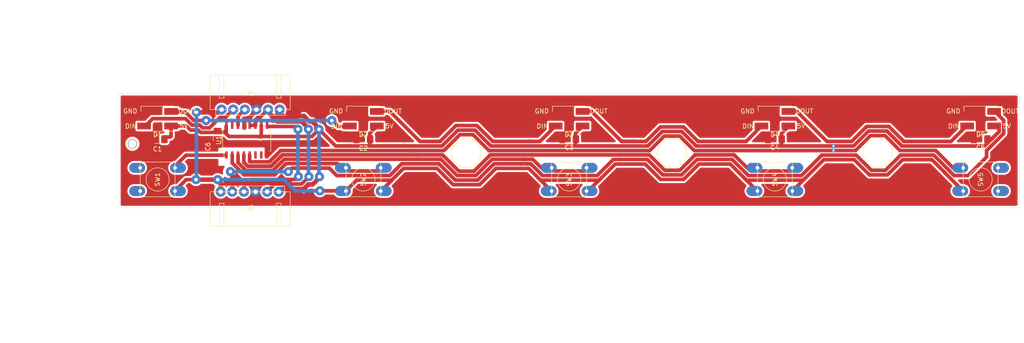
<source format=kicad_pcb>
(kicad_pcb (version 20171130) (host pcbnew "(5.1.6)-1")

  (general
    (thickness 1.6)
    (drawings 32)
    (tracks 401)
    (zones 0)
    (modules 23)
    (nets 21)
  )

  (page A4)
  (layers
    (0 F.Cu signal)
    (31 B.Cu signal)
    (32 B.Adhes user hide)
    (33 F.Adhes user hide)
    (34 B.Paste user hide)
    (35 F.Paste user hide)
    (36 B.SilkS user hide)
    (37 F.SilkS user)
    (38 B.Mask user hide)
    (39 F.Mask user hide)
    (40 Dwgs.User user)
    (41 Cmts.User user hide)
    (42 Eco1.User user hide)
    (43 Eco2.User user)
    (44 Edge.Cuts user)
    (45 Margin user hide)
    (46 B.CrtYd user hide)
    (47 F.CrtYd user hide)
    (48 B.Fab user hide)
    (49 F.Fab user hide)
  )

  (setup
    (last_trace_width 1)
    (user_trace_width 0.25)
    (user_trace_width 0.4)
    (user_trace_width 0.5)
    (user_trace_width 0.8)
    (user_trace_width 1)
    (user_trace_width 1.5)
    (user_trace_width 2)
    (user_trace_width 2.2)
    (trace_clearance 0.2)
    (zone_clearance 0.4)
    (zone_45_only no)
    (trace_min 0.2)
    (via_size 0.8)
    (via_drill 0.4)
    (via_min_size 0.4)
    (via_min_drill 0.3)
    (user_via 0.6 0.3)
    (user_via 0.8 0.4)
    (user_via 1 0.5)
    (user_via 2 0.8)
    (user_via 2 1.8)
    (user_via 3.3 3.2)
    (uvia_size 0.3)
    (uvia_drill 0.1)
    (uvias_allowed no)
    (uvia_min_size 0.2)
    (uvia_min_drill 0.1)
    (edge_width 0.05)
    (segment_width 0.2)
    (pcb_text_width 0.3)
    (pcb_text_size 1.5 1.5)
    (mod_edge_width 0.12)
    (mod_text_size 1 1)
    (mod_text_width 0.15)
    (pad_size 2 2)
    (pad_drill 1.8)
    (pad_to_mask_clearance 0.05)
    (aux_axis_origin 51.5 100)
    (grid_origin 51.5 100)
    (visible_elements 7FFFFFFF)
    (pcbplotparams
      (layerselection 0x01080_7fffffff)
      (usegerberextensions false)
      (usegerberattributes true)
      (usegerberadvancedattributes true)
      (creategerberjobfile false)
      (excludeedgelayer true)
      (linewidth 0.100000)
      (plotframeref false)
      (viasonmask true)
      (mode 1)
      (useauxorigin true)
      (hpglpennumber 1)
      (hpglpenspeed 20)
      (hpglpendiameter 15.000000)
      (psnegative false)
      (psa4output false)
      (plotreference true)
      (plotvalue true)
      (plotinvisibletext false)
      (padsonsilk false)
      (subtractmaskfromsilk false)
      (outputformat 1)
      (mirror false)
      (drillshape 0)
      (scaleselection 1)
      (outputdirectory "plot/"))
  )

  (net 0 "")
  (net 1 +5V)
  (net 2 GND)
  (net 3 "Net-(D1-Pad2)")
  (net 4 "Net-(D2-Pad2)")
  (net 5 "Net-(D3-Pad2)")
  (net 6 "Net-(D4-Pad2)")
  (net 7 "Net-(SW1-Pad1)")
  (net 8 "Net-(SW2-Pad1)")
  (net 9 "Net-(SW3-Pad1)")
  (net 10 "Net-(SW4-Pad1)")
  (net 11 "Net-(SW5-Pad1)")
  (net 12 "Net-(U1-Pad6)")
  (net 13 "Net-(U1-Pad7)")
  (net 14 "Net-(U1-Pad15)")
  (net 15 LED_DIN)
  (net 16 LED_DOUT)
  (net 17 BTN_DIN)
  (net 18 BTN_CLK)
  (net 19 BTN_SENSE)
  (net 20 BTN_DOUT)

  (net_class Default "This is the default net class."
    (clearance 0.2)
    (trace_width 0.25)
    (via_dia 0.8)
    (via_drill 0.4)
    (uvia_dia 0.3)
    (uvia_drill 0.1)
    (add_net +5V)
    (add_net BTN_CLK)
    (add_net BTN_DIN)
    (add_net BTN_DOUT)
    (add_net BTN_SENSE)
    (add_net GND)
    (add_net LED_DIN)
    (add_net LED_DOUT)
    (add_net "Net-(D1-Pad2)")
    (add_net "Net-(D2-Pad2)")
    (add_net "Net-(D3-Pad2)")
    (add_net "Net-(U1-Pad15)")
    (add_net "Net-(U1-Pad6)")
    (add_net "Net-(U1-Pad7)")
  )

  (net_class small ""
    (clearance 0.15)
    (trace_width 0.4)
    (via_dia 0.6)
    (via_drill 0.3)
    (uvia_dia 0.3)
    (uvia_drill 0.1)
    (add_net "Net-(D4-Pad2)")
    (add_net "Net-(SW1-Pad1)")
    (add_net "Net-(SW2-Pad1)")
    (add_net "Net-(SW3-Pad1)")
    (add_net "Net-(SW4-Pad1)")
    (add_net "Net-(SW5-Pad1)")
  )

  (module 0_my_footprints:invRightAngleJSTx06 (layer F.Cu) (tedit 67A88A1A) (tstamp 67A86A29)
    (at 74 78.5)
    (descr "JST XH series connector, B6B-XH-A (http://www.jst-mfg.com/product/pdf/eng/eXH.pdf), generated with kicad-footprint-generator")
    (tags "connector JST XH vertical")
    (path /6607CA55)
    (fp_text reference J1 (at 6.25 -3.55) (layer F.SilkS)
      (effects (font (size 1 1) (thickness 0.15)))
    )
    (fp_text value Conn_01x06 (at 6.25 4.6) (layer F.Fab)
      (effects (font (size 1 1) (thickness 0.15)))
    )
    (fp_text user %R (at 6.25 2.7) (layer F.Fab)
      (effects (font (size 1 1) (thickness 0.15)))
    )
    (fp_line (start -2.5 0) (end -2.5 -7.5) (layer F.SilkS) (width 0.12))
    (fp_line (start -2.5 -7.5) (end 15 -7.5) (layer F.SilkS) (width 0.12))
    (fp_line (start 15 -7.5) (end 15 0) (layer F.SilkS) (width 0.12))
    (fp_line (start -0.5 -7.5) (end -0.5 -2.5) (layer F.SilkS) (width 0.12))
    (fp_line (start -0.5 -2.5) (end 0.5 -2.5) (layer F.SilkS) (width 0.12))
    (fp_line (start 0.5 -2.5) (end 0.5 -7.5) (layer F.SilkS) (width 0.12))
    (fp_line (start 12 -7.5) (end 12 -2.5) (layer F.SilkS) (width 0.12))
    (fp_line (start 12 -2.5) (end 13 -2.5) (layer F.SilkS) (width 0.12))
    (fp_line (start 13 -2.5) (end 13 -7.5) (layer F.SilkS) (width 0.12))
    (fp_line (start -2.5 0) (end 15 0) (layer F.SilkS) (width 0.12))
    (fp_line (start -2.7 -7.8) (end -2.7 0.2) (layer F.CrtYd) (width 0.12))
    (fp_line (start 15.2 -7.7) (end 15.2 0.2) (layer F.CrtYd) (width 0.12))
    (fp_line (start -2.7 -7.8) (end 15.2 -7.8) (layer F.CrtYd) (width 0.12))
    (fp_line (start -1.27 0) (end -1.27 1.27) (layer F.CrtYd) (width 0.12))
    (fp_line (start -1.27 1.27) (end 13.97 1.27) (layer F.CrtYd) (width 0.12))
    (fp_line (start 13.97 1.27) (end 13.97 0) (layer F.CrtYd) (width 0.12))
    (fp_line (start -2.7 0.2) (end -1.3 0.2) (layer F.CrtYd) (width 0.12))
    (fp_line (start 15.2 0.2) (end 14 0.2) (layer F.CrtYd) (width 0.12))
    (fp_line (start -1.27 0) (end -1.27 1.27) (layer F.SilkS) (width 0.12))
    (fp_line (start -1.27 1.27) (end 13.97 1.27) (layer F.SilkS) (width 0.12))
    (fp_line (start 13.97 1.27) (end 13.97 0) (layer F.SilkS) (width 0.12))
    (pad 6 thru_hole circle (at 12.7 0) (size 2.2 2.2) (drill 1) (layers *.Cu *.Mask)
      (net 1 +5V))
    (pad 5 thru_hole circle (at 10.16 0) (size 2.2 2.2) (drill 1) (layers *.Cu *.Mask)
      (net 18 BTN_CLK))
    (pad 4 thru_hole circle (at 7.62 0) (size 2.2 2.2) (drill 1) (layers *.Cu *.Mask)
      (net 2 GND))
    (pad 3 thru_hole circle (at 5.08 0) (size 2.2 2.2) (drill 1) (layers *.Cu *.Mask)
      (net 17 BTN_DIN))
    (pad 2 thru_hole circle (at 2.54 0) (size 2.2 2.2) (drill 1) (layers *.Cu *.Mask)
      (net 15 LED_DIN))
    (pad 1 thru_hole circle (at 0 0) (size 2.2 2.2) (drill 1) (layers *.Cu *.Mask)
      (net 19 BTN_SENSE))
    (model "C:/src/kiCad/libraries/my_3d_files/JST - XH - Thru (R) - 6Pin - 2.54mm.stp"
      (offset (xyz 6.35 0.15 -1.6))
      (scale (xyz 1 1 1))
      (rotate (xyz 0 180 0))
    )
  )

  (module 0_my_footprints:invRightAngleJSTx06 (layer F.Cu) (tedit 67A88A1A) (tstamp 67A8E276)
    (at 86.5 96.5 180)
    (descr "JST XH series connector, B6B-XH-A (http://www.jst-mfg.com/product/pdf/eng/eXH.pdf), generated with kicad-footprint-generator")
    (tags "connector JST XH vertical")
    (path /6608525E)
    (fp_text reference J2 (at 6.25 -3.55) (layer F.SilkS)
      (effects (font (size 1 1) (thickness 0.15)))
    )
    (fp_text value Conn_01x06 (at 6.25 4.6) (layer F.Fab)
      (effects (font (size 1 1) (thickness 0.15)))
    )
    (fp_text user %R (at 6.25 2.7) (layer F.Fab)
      (effects (font (size 1 1) (thickness 0.15)))
    )
    (fp_line (start -2.5 0) (end -2.5 -7.5) (layer F.SilkS) (width 0.12))
    (fp_line (start -2.5 -7.5) (end 15 -7.5) (layer F.SilkS) (width 0.12))
    (fp_line (start 15 -7.5) (end 15 0) (layer F.SilkS) (width 0.12))
    (fp_line (start -0.5 -7.5) (end -0.5 -2.5) (layer F.SilkS) (width 0.12))
    (fp_line (start -0.5 -2.5) (end 0.5 -2.5) (layer F.SilkS) (width 0.12))
    (fp_line (start 0.5 -2.5) (end 0.5 -7.5) (layer F.SilkS) (width 0.12))
    (fp_line (start 12 -7.5) (end 12 -2.5) (layer F.SilkS) (width 0.12))
    (fp_line (start 12 -2.5) (end 13 -2.5) (layer F.SilkS) (width 0.12))
    (fp_line (start 13 -2.5) (end 13 -7.5) (layer F.SilkS) (width 0.12))
    (fp_line (start -2.5 0) (end 15 0) (layer F.SilkS) (width 0.12))
    (fp_line (start -2.7 -7.8) (end -2.7 0.2) (layer F.CrtYd) (width 0.12))
    (fp_line (start 15.2 -7.7) (end 15.2 0.2) (layer F.CrtYd) (width 0.12))
    (fp_line (start -2.7 -7.8) (end 15.2 -7.8) (layer F.CrtYd) (width 0.12))
    (fp_line (start -1.27 0) (end -1.27 1.27) (layer F.CrtYd) (width 0.12))
    (fp_line (start -1.27 1.27) (end 13.97 1.27) (layer F.CrtYd) (width 0.12))
    (fp_line (start 13.97 1.27) (end 13.97 0) (layer F.CrtYd) (width 0.12))
    (fp_line (start -2.7 0.2) (end -1.3 0.2) (layer F.CrtYd) (width 0.12))
    (fp_line (start 15.2 0.2) (end 14 0.2) (layer F.CrtYd) (width 0.12))
    (fp_line (start -1.27 0) (end -1.27 1.27) (layer F.SilkS) (width 0.12))
    (fp_line (start -1.27 1.27) (end 13.97 1.27) (layer F.SilkS) (width 0.12))
    (fp_line (start 13.97 1.27) (end 13.97 0) (layer F.SilkS) (width 0.12))
    (pad 6 thru_hole circle (at 12.7 0 180) (size 2.2 2.2) (drill 1) (layers *.Cu *.Mask)
      (net 19 BTN_SENSE))
    (pad 5 thru_hole circle (at 10.16 0 180) (size 2.2 2.2) (drill 1) (layers *.Cu *.Mask)
      (net 16 LED_DOUT))
    (pad 4 thru_hole circle (at 7.62 0 180) (size 2.2 2.2) (drill 1) (layers *.Cu *.Mask)
      (net 20 BTN_DOUT))
    (pad 3 thru_hole circle (at 5.08 0 180) (size 2.2 2.2) (drill 1) (layers *.Cu *.Mask)
      (net 2 GND))
    (pad 2 thru_hole circle (at 2.54 0 180) (size 2.2 2.2) (drill 1) (layers *.Cu *.Mask)
      (net 18 BTN_CLK))
    (pad 1 thru_hole circle (at 0 0 180) (size 2.2 2.2) (drill 1) (layers *.Cu *.Mask)
      (net 1 +5V))
    (model "C:/src/kiCad/libraries/my_3d_files/JST - XH - Thru (R) - 6Pin - 2.54mm.stp"
      (offset (xyz 6.35 0.15 -1.6))
      (scale (xyz 1 1 1))
      (rotate (xyz 0 180 0))
    )
  )

  (module 0_my_footprints:myMountingHole_1.8mm (layer F.Cu) (tedit 67A870B1) (tstamp 67A8CF8A)
    (at 54.5 86)
    (descr "Mounting Hole 2.5mm, no annular")
    (tags "mounting hole 2.5mm no annular")
    (attr virtual)
    (fp_text reference REF** (at 0 -3.5) (layer B.Fab)
      (effects (font (size 1 1) (thickness 0.15)))
    )
    (fp_text value myMountingHole_1.8mm (at 0 3.5) (layer B.Fab)
      (effects (font (size 1 1) (thickness 0.15)))
    )
    (fp_circle (center 0 0) (end 1.5 0) (layer F.SilkS) (width 0.15))
    (pad "" np_thru_hole circle (at 0 0) (size 2 2) (drill 1.8) (layers *.Cu *.Mask))
  )

  (module 0_my_footprints:myMountingHole_3.2mm_M3 (layer F.Cu) (tedit 669BF647) (tstamp 67A8710B)
    (at 217.5 88)
    (descr "Mounting Hole 3.2mm, no annular, M3")
    (tags "mounting hole 3.2mm no annular m3")
    (attr virtual)
    (fp_text reference REF** (at 0 -4.2) (layer B.Fab)
      (effects (font (size 1 1) (thickness 0.15)))
    )
    (fp_text value myMountingHole_3.2mm_M3 (at 0 4.2) (layer B.Fab)
      (effects (font (size 1 1) (thickness 0.15)))
    )
    (fp_circle (center 0 0) (end 3.2 0) (layer F.SilkS) (width 0.15))
    (pad "" np_thru_hole circle (at 0 0) (size 3.2 3.2) (drill 3.2) (layers *.Cu *.Mask))
  )

  (module 0_my_footprints:myMountingHole_3.2mm_M3 (layer F.Cu) (tedit 669BF647) (tstamp 67A8710B)
    (at 172.5 88)
    (descr "Mounting Hole 3.2mm, no annular, M3")
    (tags "mounting hole 3.2mm no annular m3")
    (attr virtual)
    (fp_text reference REF** (at 0 -4.2) (layer B.Fab)
      (effects (font (size 1 1) (thickness 0.15)))
    )
    (fp_text value myMountingHole_3.2mm_M3 (at 0 4.2) (layer B.Fab)
      (effects (font (size 1 1) (thickness 0.15)))
    )
    (fp_circle (center 0 0) (end 3.2 0) (layer F.SilkS) (width 0.15))
    (pad "" np_thru_hole circle (at 0 0) (size 3.2 3.2) (drill 3.2) (layers *.Cu *.Mask))
  )

  (module 0_my_footprints:myMountingHole_3.2mm_M3 (layer F.Cu) (tedit 67A87183) (tstamp 67A870F7)
    (at 127.5 88)
    (descr "Mounting Hole 3.2mm, no annular, M3")
    (tags "mounting hole 3.2mm no annular m3")
    (attr virtual)
    (fp_text reference REF** (at 0 -4.2) (layer B.Fab)
      (effects (font (size 1 1) (thickness 0.15)))
    )
    (fp_text value myMountingHole_3.2mm_M3 (at 0 4.2) (layer B.Fab)
      (effects (font (size 1 1) (thickness 0.15)))
    )
    (fp_circle (center 0 0) (end 3.2 0) (layer F.SilkS) (width 0.15))
    (pad "" np_thru_hole circle (at 0 0) (size 3.2 3.2) (drill 3.2) (layers *.Cu *.Mask))
  )

  (module Capacitor_SMD:C_1206_3216Metric_Pad1.42x1.75mm_HandSolder (layer F.Cu) (tedit 5B301BBE) (tstamp 660967AD)
    (at 73.1 84.7 270)
    (descr "Capacitor SMD 1206 (3216 Metric), square (rectangular) end terminal, IPC_7351 nominal with elongated pad for handsoldering. (Body size source: http://www.tortai-tech.com/upload/download/2011102023233369053.pdf), generated with kicad-footprint-generator")
    (tags "capacitor handsolder")
    (path /6611B57A)
    (attr smd)
    (fp_text reference C6 (at 1.9125 2.1 90) (layer F.SilkS)
      (effects (font (size 1 1) (thickness 0.15)))
    )
    (fp_text value 10uf (at 0 1.82 90) (layer F.Fab)
      (effects (font (size 1 1) (thickness 0.15)))
    )
    (fp_line (start 2.45 1.12) (end -2.45 1.12) (layer F.CrtYd) (width 0.05))
    (fp_line (start 2.45 -1.12) (end 2.45 1.12) (layer F.CrtYd) (width 0.05))
    (fp_line (start -2.45 -1.12) (end 2.45 -1.12) (layer F.CrtYd) (width 0.05))
    (fp_line (start -2.45 1.12) (end -2.45 -1.12) (layer F.CrtYd) (width 0.05))
    (fp_line (start -0.602064 0.91) (end 0.602064 0.91) (layer F.SilkS) (width 0.12))
    (fp_line (start -0.602064 -0.91) (end 0.602064 -0.91) (layer F.SilkS) (width 0.12))
    (fp_line (start 1.6 0.8) (end -1.6 0.8) (layer F.Fab) (width 0.1))
    (fp_line (start 1.6 -0.8) (end 1.6 0.8) (layer F.Fab) (width 0.1))
    (fp_line (start -1.6 -0.8) (end 1.6 -0.8) (layer F.Fab) (width 0.1))
    (fp_line (start -1.6 0.8) (end -1.6 -0.8) (layer F.Fab) (width 0.1))
    (fp_text user %R (at -0.0875 0 180) (layer F.Fab)
      (effects (font (size 0.8 0.8) (thickness 0.12)))
    )
    (pad 2 smd roundrect (at 1.4875 0 270) (size 1.425 1.75) (layers F.Cu F.Paste F.Mask) (roundrect_rratio 0.175439)
      (net 2 GND))
    (pad 1 smd roundrect (at -1.4875 0 270) (size 1.425 1.75) (layers F.Cu F.Paste F.Mask) (roundrect_rratio 0.175439)
      (net 1 +5V))
    (model ${KISYS3DMOD}/Capacitor_SMD.3dshapes/C_1206_3216Metric.wrl
      (at (xyz 0 0 0))
      (scale (xyz 1 1 1))
      (rotate (xyz 0 0 0))
    )
  )

  (module 0_my_footprints:myWS2812 (layer F.Cu) (tedit 66059AE8) (tstamp 66074C73)
    (at 60 80.5 180)
    (descr https://cdn-shop.adafruit.com/datasheets/WS2812B.pdf)
    (tags "LED RGB NeoPixel")
    (path /66071A8E)
    (attr smd)
    (fp_text reference D1 (at 0 -3.5) (layer F.SilkS)
      (effects (font (size 1 1) (thickness 0.15)))
    )
    (fp_text value WS2812B (at 0 4) (layer F.Fab)
      (effects (font (size 1 1) (thickness 0.15)))
    )
    (fp_circle (center 0 0) (end 0 -2) (layer F.Fab) (width 0.1))
    (fp_line (start 3.65 2.75) (end 3.65 1.6) (layer F.SilkS) (width 0.12))
    (fp_line (start -3.65 2.75) (end 3.65 2.75) (layer F.SilkS) (width 0.12))
    (fp_line (start -3.65 -2.75) (end 3.65 -2.75) (layer F.SilkS) (width 0.12))
    (fp_line (start 2.5 -2.5) (end -2.5 -2.5) (layer F.Fab) (width 0.1))
    (fp_line (start 2.5 2.5) (end 2.5 -2.5) (layer F.Fab) (width 0.1))
    (fp_line (start -2.5 2.5) (end 2.5 2.5) (layer F.Fab) (width 0.1))
    (fp_line (start -2.5 -2.5) (end -2.5 2.5) (layer F.Fab) (width 0.1))
    (fp_line (start 2.5 1.5) (end 1.5 2.5) (layer F.Fab) (width 0.1))
    (fp_line (start -3.45 -2.75) (end -3.45 2.75) (layer F.CrtYd) (width 0.05))
    (fp_line (start -3.45 2.75) (end 3.45 2.75) (layer F.CrtYd) (width 0.05))
    (fp_line (start 3.45 2.75) (end 3.45 -2.75) (layer F.CrtYd) (width 0.05))
    (fp_line (start 3.45 -2.75) (end -3.45 -2.75) (layer F.CrtYd) (width 0.05))
    (fp_text user 5V (at -5.715 -1.6) (layer F.SilkS)
      (effects (font (size 1 1) (thickness 0.15)))
    )
    (fp_text user %R (at 0 0) (layer F.Fab)
      (effects (font (size 0.8 0.8) (thickness 0.15)))
    )
    (fp_text user GND (at 5.969 1.651) (layer F.SilkS)
      (effects (font (size 1 1) (thickness 0.15)))
    )
    (fp_text user DIN (at 5.842 -1.651) (layer F.SilkS)
      (effects (font (size 1 1) (thickness 0.15)))
    )
    (fp_text user DOUT (at -6.477 1.651) (layer F.SilkS)
      (effects (font (size 1 1) (thickness 0.15)))
    )
    (pad 3 smd rect (at 2.95 1.6 180) (size 3 1.5) (layers F.Cu F.Paste F.Mask)
      (net 2 GND))
    (pad 4 smd rect (at 2.95 -1.6 180) (size 3 1.5) (layers F.Cu F.Paste F.Mask)
      (net 15 LED_DIN))
    (pad 2 smd rect (at -2.95 1.6 180) (size 3 1.5) (layers F.Cu F.Paste F.Mask)
      (net 3 "Net-(D1-Pad2)"))
    (pad 1 smd rect (at -2.95 -1.6 180) (size 3 1.5) (layers F.Cu F.Paste F.Mask)
      (net 1 +5V))
    (model ${KISYS3DMOD}/LED_SMD.3dshapes/LED_WS2812B_PLCC4_5.0x5.0mm_P3.2mm.wrl
      (at (xyz 0 0 0))
      (scale (xyz 1 1 1))
      (rotate (xyz 0 0 0))
    )
  )

  (module 0_my_footprints:myWS2812 (layer F.Cu) (tedit 66059AE8) (tstamp 66074C8D)
    (at 105 80.5 180)
    (descr https://cdn-shop.adafruit.com/datasheets/WS2812B.pdf)
    (tags "LED RGB NeoPixel")
    (path /660FBD04)
    (attr smd)
    (fp_text reference D2 (at 0 -3.5) (layer F.SilkS)
      (effects (font (size 1 1) (thickness 0.15)))
    )
    (fp_text value WS2812B (at 0 4) (layer F.Fab)
      (effects (font (size 1 1) (thickness 0.15)))
    )
    (fp_line (start 3.45 -2.75) (end -3.45 -2.75) (layer F.CrtYd) (width 0.05))
    (fp_line (start 3.45 2.75) (end 3.45 -2.75) (layer F.CrtYd) (width 0.05))
    (fp_line (start -3.45 2.75) (end 3.45 2.75) (layer F.CrtYd) (width 0.05))
    (fp_line (start -3.45 -2.75) (end -3.45 2.75) (layer F.CrtYd) (width 0.05))
    (fp_line (start 2.5 1.5) (end 1.5 2.5) (layer F.Fab) (width 0.1))
    (fp_line (start -2.5 -2.5) (end -2.5 2.5) (layer F.Fab) (width 0.1))
    (fp_line (start -2.5 2.5) (end 2.5 2.5) (layer F.Fab) (width 0.1))
    (fp_line (start 2.5 2.5) (end 2.5 -2.5) (layer F.Fab) (width 0.1))
    (fp_line (start 2.5 -2.5) (end -2.5 -2.5) (layer F.Fab) (width 0.1))
    (fp_line (start -3.65 -2.75) (end 3.65 -2.75) (layer F.SilkS) (width 0.12))
    (fp_line (start -3.65 2.75) (end 3.65 2.75) (layer F.SilkS) (width 0.12))
    (fp_line (start 3.65 2.75) (end 3.65 1.6) (layer F.SilkS) (width 0.12))
    (fp_circle (center 0 0) (end 0 -2) (layer F.Fab) (width 0.1))
    (fp_text user DOUT (at -6.477 1.651) (layer F.SilkS)
      (effects (font (size 1 1) (thickness 0.15)))
    )
    (fp_text user DIN (at 5.842 -1.651) (layer F.SilkS)
      (effects (font (size 1 1) (thickness 0.15)))
    )
    (fp_text user GND (at 5.969 1.651) (layer F.SilkS)
      (effects (font (size 1 1) (thickness 0.15)))
    )
    (fp_text user %R (at 0 0) (layer F.Fab)
      (effects (font (size 0.8 0.8) (thickness 0.15)))
    )
    (fp_text user 5V (at -5.715 -1.6) (layer F.SilkS)
      (effects (font (size 1 1) (thickness 0.15)))
    )
    (pad 1 smd rect (at -2.95 -1.6 180) (size 3 1.5) (layers F.Cu F.Paste F.Mask)
      (net 1 +5V))
    (pad 2 smd rect (at -2.95 1.6 180) (size 3 1.5) (layers F.Cu F.Paste F.Mask)
      (net 4 "Net-(D2-Pad2)"))
    (pad 4 smd rect (at 2.95 -1.6 180) (size 3 1.5) (layers F.Cu F.Paste F.Mask)
      (net 3 "Net-(D1-Pad2)"))
    (pad 3 smd rect (at 2.95 1.6 180) (size 3 1.5) (layers F.Cu F.Paste F.Mask)
      (net 2 GND))
    (model ${KISYS3DMOD}/LED_SMD.3dshapes/LED_WS2812B_PLCC4_5.0x5.0mm_P3.2mm.wrl
      (at (xyz 0 0 0))
      (scale (xyz 1 1 1))
      (rotate (xyz 0 0 0))
    )
  )

  (module 0_my_footprints:myWS2812 (layer F.Cu) (tedit 66059AE8) (tstamp 66074CA7)
    (at 150 80.5 180)
    (descr https://cdn-shop.adafruit.com/datasheets/WS2812B.pdf)
    (tags "LED RGB NeoPixel")
    (path /660FDBA6)
    (attr smd)
    (fp_text reference D3 (at 0 -3.5) (layer F.SilkS)
      (effects (font (size 1 1) (thickness 0.15)))
    )
    (fp_text value WS2812B (at 0 4) (layer F.Fab)
      (effects (font (size 1 1) (thickness 0.15)))
    )
    (fp_circle (center 0 0) (end 0 -2) (layer F.Fab) (width 0.1))
    (fp_line (start 3.65 2.75) (end 3.65 1.6) (layer F.SilkS) (width 0.12))
    (fp_line (start -3.65 2.75) (end 3.65 2.75) (layer F.SilkS) (width 0.12))
    (fp_line (start -3.65 -2.75) (end 3.65 -2.75) (layer F.SilkS) (width 0.12))
    (fp_line (start 2.5 -2.5) (end -2.5 -2.5) (layer F.Fab) (width 0.1))
    (fp_line (start 2.5 2.5) (end 2.5 -2.5) (layer F.Fab) (width 0.1))
    (fp_line (start -2.5 2.5) (end 2.5 2.5) (layer F.Fab) (width 0.1))
    (fp_line (start -2.5 -2.5) (end -2.5 2.5) (layer F.Fab) (width 0.1))
    (fp_line (start 2.5 1.5) (end 1.5 2.5) (layer F.Fab) (width 0.1))
    (fp_line (start -3.45 -2.75) (end -3.45 2.75) (layer F.CrtYd) (width 0.05))
    (fp_line (start -3.45 2.75) (end 3.45 2.75) (layer F.CrtYd) (width 0.05))
    (fp_line (start 3.45 2.75) (end 3.45 -2.75) (layer F.CrtYd) (width 0.05))
    (fp_line (start 3.45 -2.75) (end -3.45 -2.75) (layer F.CrtYd) (width 0.05))
    (fp_text user %R (at 0 0) (layer F.Fab)
      (effects (font (size 0.8 0.8) (thickness 0.15)))
    )
    (fp_text user GND (at 5.969 1.651) (layer F.SilkS)
      (effects (font (size 1 1) (thickness 0.15)))
    )
    (fp_text user DIN (at 5.842 -1.651) (layer F.SilkS)
      (effects (font (size 1 1) (thickness 0.15)))
    )
    (fp_text user DOUT (at -6.477 1.651) (layer F.SilkS)
      (effects (font (size 1 1) (thickness 0.15)))
    )
    (pad 3 smd rect (at 2.95 1.6 180) (size 3 1.5) (layers F.Cu F.Paste F.Mask)
      (net 2 GND))
    (pad 4 smd rect (at 2.95 -1.6 180) (size 3 1.5) (layers F.Cu F.Paste F.Mask)
      (net 4 "Net-(D2-Pad2)"))
    (pad 2 smd rect (at -2.95 1.6 180) (size 3 1.5) (layers F.Cu F.Paste F.Mask)
      (net 5 "Net-(D3-Pad2)"))
    (pad 1 smd rect (at -2.95 -1.6 180) (size 3 1.5) (layers F.Cu F.Paste F.Mask)
      (net 1 +5V))
    (model ${KISYS3DMOD}/LED_SMD.3dshapes/LED_WS2812B_PLCC4_5.0x5.0mm_P3.2mm.wrl
      (at (xyz 0 0 0))
      (scale (xyz 1 1 1))
      (rotate (xyz 0 0 0))
    )
  )

  (module 0_my_footprints:myWS2812 (layer F.Cu) (tedit 66059AE8) (tstamp 66074CC1)
    (at 195 80.5 180)
    (descr https://cdn-shop.adafruit.com/datasheets/WS2812B.pdf)
    (tags "LED RGB NeoPixel")
    (path /660FE5F8)
    (attr smd)
    (fp_text reference D4 (at 0 -3.5) (layer F.SilkS)
      (effects (font (size 1 1) (thickness 0.15)))
    )
    (fp_text value WS2812B (at 0 4) (layer F.Fab)
      (effects (font (size 1 1) (thickness 0.15)))
    )
    (fp_line (start 3.45 -2.75) (end -3.45 -2.75) (layer F.CrtYd) (width 0.05))
    (fp_line (start 3.45 2.75) (end 3.45 -2.75) (layer F.CrtYd) (width 0.05))
    (fp_line (start -3.45 2.75) (end 3.45 2.75) (layer F.CrtYd) (width 0.05))
    (fp_line (start -3.45 -2.75) (end -3.45 2.75) (layer F.CrtYd) (width 0.05))
    (fp_line (start 2.5 1.5) (end 1.5 2.5) (layer F.Fab) (width 0.1))
    (fp_line (start -2.5 -2.5) (end -2.5 2.5) (layer F.Fab) (width 0.1))
    (fp_line (start -2.5 2.5) (end 2.5 2.5) (layer F.Fab) (width 0.1))
    (fp_line (start 2.5 2.5) (end 2.5 -2.5) (layer F.Fab) (width 0.1))
    (fp_line (start 2.5 -2.5) (end -2.5 -2.5) (layer F.Fab) (width 0.1))
    (fp_line (start -3.65 -2.75) (end 3.65 -2.75) (layer F.SilkS) (width 0.12))
    (fp_line (start -3.65 2.75) (end 3.65 2.75) (layer F.SilkS) (width 0.12))
    (fp_line (start 3.65 2.75) (end 3.65 1.6) (layer F.SilkS) (width 0.12))
    (fp_circle (center 0 0) (end 0 -2) (layer F.Fab) (width 0.1))
    (fp_text user DOUT (at -6.477 1.651) (layer F.SilkS)
      (effects (font (size 1 1) (thickness 0.15)))
    )
    (fp_text user DIN (at 5.842 -1.651) (layer F.SilkS)
      (effects (font (size 1 1) (thickness 0.15)))
    )
    (fp_text user GND (at 5.969 1.651) (layer F.SilkS)
      (effects (font (size 1 1) (thickness 0.15)))
    )
    (fp_text user %R (at 0 0) (layer F.Fab)
      (effects (font (size 0.8 0.8) (thickness 0.15)))
    )
    (fp_text user 5V (at -5.715 -1.6) (layer F.SilkS)
      (effects (font (size 1 1) (thickness 0.15)))
    )
    (pad 1 smd rect (at -2.95 -1.6 180) (size 3 1.5) (layers F.Cu F.Paste F.Mask)
      (net 1 +5V))
    (pad 2 smd rect (at -2.95 1.6 180) (size 3 1.5) (layers F.Cu F.Paste F.Mask)
      (net 6 "Net-(D4-Pad2)"))
    (pad 4 smd rect (at 2.95 -1.6 180) (size 3 1.5) (layers F.Cu F.Paste F.Mask)
      (net 5 "Net-(D3-Pad2)"))
    (pad 3 smd rect (at 2.95 1.6 180) (size 3 1.5) (layers F.Cu F.Paste F.Mask)
      (net 2 GND))
    (model ${KISYS3DMOD}/LED_SMD.3dshapes/LED_WS2812B_PLCC4_5.0x5.0mm_P3.2mm.wrl
      (at (xyz 0 0 0))
      (scale (xyz 1 1 1))
      (rotate (xyz 0 0 0))
    )
  )

  (module 0_my_footprints:myWS2812 (layer F.Cu) (tedit 66059AE8) (tstamp 66074CDB)
    (at 240 80.5 180)
    (descr https://cdn-shop.adafruit.com/datasheets/WS2812B.pdf)
    (tags "LED RGB NeoPixel")
    (path /660FEFBF)
    (attr smd)
    (fp_text reference D5 (at 0 -3.5) (layer F.SilkS)
      (effects (font (size 1 1) (thickness 0.15)))
    )
    (fp_text value WS2812B (at 0 4) (layer F.Fab)
      (effects (font (size 1 1) (thickness 0.15)))
    )
    (fp_circle (center 0 0) (end 0 -2) (layer F.Fab) (width 0.1))
    (fp_line (start 3.65 2.75) (end 3.65 1.6) (layer F.SilkS) (width 0.12))
    (fp_line (start -3.65 2.75) (end 3.65 2.75) (layer F.SilkS) (width 0.12))
    (fp_line (start -3.65 -2.75) (end 3.65 -2.75) (layer F.SilkS) (width 0.12))
    (fp_line (start 2.5 -2.5) (end -2.5 -2.5) (layer F.Fab) (width 0.1))
    (fp_line (start 2.5 2.5) (end 2.5 -2.5) (layer F.Fab) (width 0.1))
    (fp_line (start -2.5 2.5) (end 2.5 2.5) (layer F.Fab) (width 0.1))
    (fp_line (start -2.5 -2.5) (end -2.5 2.5) (layer F.Fab) (width 0.1))
    (fp_line (start 2.5 1.5) (end 1.5 2.5) (layer F.Fab) (width 0.1))
    (fp_line (start -3.45 -2.75) (end -3.45 2.75) (layer F.CrtYd) (width 0.05))
    (fp_line (start -3.45 2.75) (end 3.45 2.75) (layer F.CrtYd) (width 0.05))
    (fp_line (start 3.45 2.75) (end 3.45 -2.75) (layer F.CrtYd) (width 0.05))
    (fp_line (start 3.45 -2.75) (end -3.45 -2.75) (layer F.CrtYd) (width 0.05))
    (fp_text user 5V (at -5.715 -1.6) (layer F.SilkS)
      (effects (font (size 1 1) (thickness 0.15)))
    )
    (fp_text user %R (at 0 0) (layer F.Fab)
      (effects (font (size 0.8 0.8) (thickness 0.15)))
    )
    (fp_text user GND (at 5.969 1.651) (layer F.SilkS)
      (effects (font (size 1 1) (thickness 0.15)))
    )
    (fp_text user DIN (at 5.842 -1.651) (layer F.SilkS)
      (effects (font (size 1 1) (thickness 0.15)))
    )
    (fp_text user DOUT (at -6.477 1.651) (layer F.SilkS)
      (effects (font (size 1 1) (thickness 0.15)))
    )
    (pad 3 smd rect (at 2.95 1.6 180) (size 3 1.5) (layers F.Cu F.Paste F.Mask)
      (net 2 GND))
    (pad 4 smd rect (at 2.95 -1.6 180) (size 3 1.5) (layers F.Cu F.Paste F.Mask)
      (net 6 "Net-(D4-Pad2)"))
    (pad 2 smd rect (at -2.95 1.6 180) (size 3 1.5) (layers F.Cu F.Paste F.Mask)
      (net 16 LED_DOUT))
    (pad 1 smd rect (at -2.95 -1.6 180) (size 3 1.5) (layers F.Cu F.Paste F.Mask)
      (net 1 +5V))
    (model ${KISYS3DMOD}/LED_SMD.3dshapes/LED_WS2812B_PLCC4_5.0x5.0mm_P3.2mm.wrl
      (at (xyz 0 0 0))
      (scale (xyz 1 1 1))
      (rotate (xyz 0 0 0))
    )
  )

  (module Capacitor_SMD:C_1206_3216Metric_Pad1.42x1.75mm_HandSolder (layer F.Cu) (tedit 5B301BBE) (tstamp 66096758)
    (at 60 85 180)
    (descr "Capacitor SMD 1206 (3216 Metric), square (rectangular) end terminal, IPC_7351 nominal with elongated pad for handsoldering. (Body size source: http://www.tortai-tech.com/upload/download/2011102023233369053.pdf), generated with kicad-footprint-generator")
    (tags "capacitor handsolder")
    (path /66073412)
    (attr smd)
    (fp_text reference C1 (at 0.024999 -2.145001) (layer F.SilkS)
      (effects (font (size 1 1) (thickness 0.15)))
    )
    (fp_text value 100nf (at 0 1.82) (layer F.Fab)
      (effects (font (size 1 1) (thickness 0.15)))
    )
    (fp_line (start -1.6 0.8) (end -1.6 -0.8) (layer F.Fab) (width 0.1))
    (fp_line (start -1.6 -0.8) (end 1.6 -0.8) (layer F.Fab) (width 0.1))
    (fp_line (start 1.6 -0.8) (end 1.6 0.8) (layer F.Fab) (width 0.1))
    (fp_line (start 1.6 0.8) (end -1.6 0.8) (layer F.Fab) (width 0.1))
    (fp_line (start -0.602064 -0.91) (end 0.602064 -0.91) (layer F.SilkS) (width 0.12))
    (fp_line (start -0.602064 0.91) (end 0.602064 0.91) (layer F.SilkS) (width 0.12))
    (fp_line (start -2.45 1.12) (end -2.45 -1.12) (layer F.CrtYd) (width 0.05))
    (fp_line (start -2.45 -1.12) (end 2.45 -1.12) (layer F.CrtYd) (width 0.05))
    (fp_line (start 2.45 -1.12) (end 2.45 1.12) (layer F.CrtYd) (width 0.05))
    (fp_line (start 2.45 1.12) (end -2.45 1.12) (layer F.CrtYd) (width 0.05))
    (fp_text user %R (at 0 0) (layer F.Fab)
      (effects (font (size 0.8 0.8) (thickness 0.12)))
    )
    (pad 1 smd roundrect (at -1.4875 0 180) (size 1.425 1.75) (layers F.Cu F.Paste F.Mask) (roundrect_rratio 0.175439)
      (net 1 +5V))
    (pad 2 smd roundrect (at 1.4875 0 180) (size 1.425 1.75) (layers F.Cu F.Paste F.Mask) (roundrect_rratio 0.175439)
      (net 2 GND))
    (model ${KISYS3DMOD}/Capacitor_SMD.3dshapes/C_1206_3216Metric.wrl
      (at (xyz 0 0 0))
      (scale (xyz 1 1 1))
      (rotate (xyz 0 0 0))
    )
  )

  (module Capacitor_SMD:C_1206_3216Metric_Pad1.42x1.75mm_HandSolder (layer F.Cu) (tedit 5B301BBE) (tstamp 66096769)
    (at 105 85 180)
    (descr "Capacitor SMD 1206 (3216 Metric), square (rectangular) end terminal, IPC_7351 nominal with elongated pad for handsoldering. (Body size source: http://www.tortai-tech.com/upload/download/2011102023233369053.pdf), generated with kicad-footprint-generator")
    (tags "capacitor handsolder")
    (path /661253CC)
    (attr smd)
    (fp_text reference C2 (at 0 -2) (layer F.SilkS)
      (effects (font (size 1 1) (thickness 0.15)))
    )
    (fp_text value 100nf (at 0 1.82) (layer F.Fab)
      (effects (font (size 1 1) (thickness 0.15)))
    )
    (fp_line (start 2.45 1.12) (end -2.45 1.12) (layer F.CrtYd) (width 0.05))
    (fp_line (start 2.45 -1.12) (end 2.45 1.12) (layer F.CrtYd) (width 0.05))
    (fp_line (start -2.45 -1.12) (end 2.45 -1.12) (layer F.CrtYd) (width 0.05))
    (fp_line (start -2.45 1.12) (end -2.45 -1.12) (layer F.CrtYd) (width 0.05))
    (fp_line (start -0.602064 0.91) (end 0.602064 0.91) (layer F.SilkS) (width 0.12))
    (fp_line (start -0.602064 -0.91) (end 0.602064 -0.91) (layer F.SilkS) (width 0.12))
    (fp_line (start 1.6 0.8) (end -1.6 0.8) (layer F.Fab) (width 0.1))
    (fp_line (start 1.6 -0.8) (end 1.6 0.8) (layer F.Fab) (width 0.1))
    (fp_line (start -1.6 -0.8) (end 1.6 -0.8) (layer F.Fab) (width 0.1))
    (fp_line (start -1.6 0.8) (end -1.6 -0.8) (layer F.Fab) (width 0.1))
    (fp_text user %R (at 0 0) (layer F.Fab)
      (effects (font (size 0.8 0.8) (thickness 0.12)))
    )
    (pad 2 smd roundrect (at 1.4875 0 180) (size 1.425 1.75) (layers F.Cu F.Paste F.Mask) (roundrect_rratio 0.175439)
      (net 2 GND))
    (pad 1 smd roundrect (at -1.4875 0 180) (size 1.425 1.75) (layers F.Cu F.Paste F.Mask) (roundrect_rratio 0.175439)
      (net 1 +5V))
    (model ${KISYS3DMOD}/Capacitor_SMD.3dshapes/C_1206_3216Metric.wrl
      (at (xyz 0 0 0))
      (scale (xyz 1 1 1))
      (rotate (xyz 0 0 0))
    )
  )

  (module Capacitor_SMD:C_1206_3216Metric_Pad1.42x1.75mm_HandSolder (layer F.Cu) (tedit 5B301BBE) (tstamp 6609677A)
    (at 150 85 180)
    (descr "Capacitor SMD 1206 (3216 Metric), square (rectangular) end terminal, IPC_7351 nominal with elongated pad for handsoldering. (Body size source: http://www.tortai-tech.com/upload/download/2011102023233369053.pdf), generated with kicad-footprint-generator")
    (tags "capacitor handsolder")
    (path /66125891)
    (attr smd)
    (fp_text reference C3 (at 0 -1.82) (layer F.SilkS)
      (effects (font (size 1 1) (thickness 0.15)))
    )
    (fp_text value 100nf (at 0 1.82) (layer F.Fab)
      (effects (font (size 1 1) (thickness 0.15)))
    )
    (fp_line (start 2.45 1.12) (end -2.45 1.12) (layer F.CrtYd) (width 0.05))
    (fp_line (start 2.45 -1.12) (end 2.45 1.12) (layer F.CrtYd) (width 0.05))
    (fp_line (start -2.45 -1.12) (end 2.45 -1.12) (layer F.CrtYd) (width 0.05))
    (fp_line (start -2.45 1.12) (end -2.45 -1.12) (layer F.CrtYd) (width 0.05))
    (fp_line (start -0.602064 0.91) (end 0.602064 0.91) (layer F.SilkS) (width 0.12))
    (fp_line (start -0.602064 -0.91) (end 0.602064 -0.91) (layer F.SilkS) (width 0.12))
    (fp_line (start 1.6 0.8) (end -1.6 0.8) (layer F.Fab) (width 0.1))
    (fp_line (start 1.6 -0.8) (end 1.6 0.8) (layer F.Fab) (width 0.1))
    (fp_line (start -1.6 -0.8) (end 1.6 -0.8) (layer F.Fab) (width 0.1))
    (fp_line (start -1.6 0.8) (end -1.6 -0.8) (layer F.Fab) (width 0.1))
    (fp_text user %R (at 0 0) (layer F.Fab)
      (effects (font (size 0.8 0.8) (thickness 0.12)))
    )
    (pad 2 smd roundrect (at 1.4875 0 180) (size 1.425 1.75) (layers F.Cu F.Paste F.Mask) (roundrect_rratio 0.175439)
      (net 2 GND))
    (pad 1 smd roundrect (at -1.4875 0 180) (size 1.425 1.75) (layers F.Cu F.Paste F.Mask) (roundrect_rratio 0.175439)
      (net 1 +5V))
    (model ${KISYS3DMOD}/Capacitor_SMD.3dshapes/C_1206_3216Metric.wrl
      (at (xyz 0 0 0))
      (scale (xyz 1 1 1))
      (rotate (xyz 0 0 0))
    )
  )

  (module Capacitor_SMD:C_1206_3216Metric_Pad1.42x1.75mm_HandSolder (layer F.Cu) (tedit 5B301BBE) (tstamp 6609678B)
    (at 195 85 180)
    (descr "Capacitor SMD 1206 (3216 Metric), square (rectangular) end terminal, IPC_7351 nominal with elongated pad for handsoldering. (Body size source: http://www.tortai-tech.com/upload/download/2011102023233369053.pdf), generated with kicad-footprint-generator")
    (tags "capacitor handsolder")
    (path /66125E35)
    (attr smd)
    (fp_text reference C4 (at 0 -1.82) (layer F.SilkS)
      (effects (font (size 1 1) (thickness 0.15)))
    )
    (fp_text value 100nf (at 0 1.82) (layer F.Fab)
      (effects (font (size 1 1) (thickness 0.15)))
    )
    (fp_line (start 2.45 1.12) (end -2.45 1.12) (layer F.CrtYd) (width 0.05))
    (fp_line (start 2.45 -1.12) (end 2.45 1.12) (layer F.CrtYd) (width 0.05))
    (fp_line (start -2.45 -1.12) (end 2.45 -1.12) (layer F.CrtYd) (width 0.05))
    (fp_line (start -2.45 1.12) (end -2.45 -1.12) (layer F.CrtYd) (width 0.05))
    (fp_line (start -0.602064 0.91) (end 0.602064 0.91) (layer F.SilkS) (width 0.12))
    (fp_line (start -0.602064 -0.91) (end 0.602064 -0.91) (layer F.SilkS) (width 0.12))
    (fp_line (start 1.6 0.8) (end -1.6 0.8) (layer F.Fab) (width 0.1))
    (fp_line (start 1.6 -0.8) (end 1.6 0.8) (layer F.Fab) (width 0.1))
    (fp_line (start -1.6 -0.8) (end 1.6 -0.8) (layer F.Fab) (width 0.1))
    (fp_line (start -1.6 0.8) (end -1.6 -0.8) (layer F.Fab) (width 0.1))
    (fp_text user %R (at 0 0) (layer F.Fab)
      (effects (font (size 0.8 0.8) (thickness 0.12)))
    )
    (pad 2 smd roundrect (at 1.4875 0 180) (size 1.425 1.75) (layers F.Cu F.Paste F.Mask) (roundrect_rratio 0.175439)
      (net 2 GND))
    (pad 1 smd roundrect (at -1.4875 0 180) (size 1.425 1.75) (layers F.Cu F.Paste F.Mask) (roundrect_rratio 0.175439)
      (net 1 +5V))
    (model ${KISYS3DMOD}/Capacitor_SMD.3dshapes/C_1206_3216Metric.wrl
      (at (xyz 0 0 0))
      (scale (xyz 1 1 1))
      (rotate (xyz 0 0 0))
    )
  )

  (module Capacitor_SMD:C_1206_3216Metric_Pad1.42x1.75mm_HandSolder (layer F.Cu) (tedit 5B301BBE) (tstamp 6609679C)
    (at 240 85 180)
    (descr "Capacitor SMD 1206 (3216 Metric), square (rectangular) end terminal, IPC_7351 nominal with elongated pad for handsoldering. (Body size source: http://www.tortai-tech.com/upload/download/2011102023233369053.pdf), generated with kicad-footprint-generator")
    (tags "capacitor handsolder")
    (path /66126E33)
    (attr smd)
    (fp_text reference C5 (at 0 -1.82) (layer F.SilkS)
      (effects (font (size 1 1) (thickness 0.15)))
    )
    (fp_text value 100nf (at 0 1.82) (layer F.Fab)
      (effects (font (size 1 1) (thickness 0.15)))
    )
    (fp_line (start -1.6 0.8) (end -1.6 -0.8) (layer F.Fab) (width 0.1))
    (fp_line (start -1.6 -0.8) (end 1.6 -0.8) (layer F.Fab) (width 0.1))
    (fp_line (start 1.6 -0.8) (end 1.6 0.8) (layer F.Fab) (width 0.1))
    (fp_line (start 1.6 0.8) (end -1.6 0.8) (layer F.Fab) (width 0.1))
    (fp_line (start -0.602064 -0.91) (end 0.602064 -0.91) (layer F.SilkS) (width 0.12))
    (fp_line (start -0.602064 0.91) (end 0.602064 0.91) (layer F.SilkS) (width 0.12))
    (fp_line (start -2.45 1.12) (end -2.45 -1.12) (layer F.CrtYd) (width 0.05))
    (fp_line (start -2.45 -1.12) (end 2.45 -1.12) (layer F.CrtYd) (width 0.05))
    (fp_line (start 2.45 -1.12) (end 2.45 1.12) (layer F.CrtYd) (width 0.05))
    (fp_line (start 2.45 1.12) (end -2.45 1.12) (layer F.CrtYd) (width 0.05))
    (fp_text user %R (at 0 0) (layer F.Fab)
      (effects (font (size 0.8 0.8) (thickness 0.12)))
    )
    (pad 1 smd roundrect (at -1.4875 0 180) (size 1.425 1.75) (layers F.Cu F.Paste F.Mask) (roundrect_rratio 0.175439)
      (net 1 +5V))
    (pad 2 smd roundrect (at 1.4875 0 180) (size 1.425 1.75) (layers F.Cu F.Paste F.Mask) (roundrect_rratio 0.175439)
      (net 2 GND))
    (model ${KISYS3DMOD}/Capacitor_SMD.3dshapes/C_1206_3216Metric.wrl
      (at (xyz 0 0 0))
      (scale (xyz 1 1 1))
      (rotate (xyz 0 0 0))
    )
  )

  (module 0_my_footprints:mySwitchSoft (layer F.Cu) (tedit 679816BA) (tstamp 6797FF2E)
    (at 60 93.8 270)
    (path /6606F9DD)
    (fp_text reference SW1 (at 0 0 90) (layer F.SilkS)
      (effects (font (size 1 1) (thickness 0.15)))
    )
    (fp_text value SW1 (at 0 -6.35 90) (layer F.Fab)
      (effects (font (size 1 1) (thickness 0.15)))
    )
    (fp_circle (center 0 0) (end 0 -2.54) (layer F.SilkS) (width 0.12))
    (fp_line (start 3.81 -3.81) (end -3.81 -3.81) (layer F.SilkS) (width 0.12))
    (fp_line (start 3.81 3.81) (end 3.81 -3.81) (layer F.SilkS) (width 0.12))
    (fp_line (start -3.81 3.81) (end 3.81 3.81) (layer F.SilkS) (width 0.12))
    (fp_line (start -3.81 -3.81) (end -3.81 3.81) (layer F.SilkS) (width 0.12))
    (pad 2 thru_hole oval (at 2.54 -3.81 270) (size 2.2 3.47) (drill 0.8 (offset 0 -0.65)) (layers *.Cu *.Mask)
      (net 19 BTN_SENSE))
    (pad 1 thru_hole oval (at -2.54 -3.81 270) (size 2.2 3.47) (drill 0.8 (offset 0 -0.65)) (layers *.Cu *.Mask)
      (net 7 "Net-(SW1-Pad1)"))
    (pad 2 thru_hole oval (at 2.54 3.81 270) (size 2.2 3.47) (drill 0.8 (offset 0 0.65)) (layers *.Cu *.Mask)
      (net 19 BTN_SENSE))
    (pad 1 thru_hole oval (at -2.54 3.81 270) (size 2.2 3.47) (drill 0.8 (offset 0 0.65)) (layers *.Cu *.Mask)
      (net 7 "Net-(SW1-Pad1)"))
    (model C:/src/kiCad/libraries/my_3d_files/switch_soft.step
      (at (xyz 0 0 0))
      (scale (xyz 1 1 1))
      (rotate (xyz 0 0 0))
    )
  )

  (module 0_my_footprints:mySwitchSoft (layer F.Cu) (tedit 6606E9DA) (tstamp 6797FF3A)
    (at 105 93.8 270)
    (path /660928C5)
    (fp_text reference SW2 (at 0 0 90) (layer F.SilkS)
      (effects (font (size 1 1) (thickness 0.15)))
    )
    (fp_text value SW1 (at 0 -6.35 90) (layer F.Fab)
      (effects (font (size 1 1) (thickness 0.15)))
    )
    (fp_line (start -3.81 -3.81) (end -3.81 3.81) (layer F.SilkS) (width 0.12))
    (fp_line (start -3.81 3.81) (end 3.81 3.81) (layer F.SilkS) (width 0.12))
    (fp_line (start 3.81 3.81) (end 3.81 -3.81) (layer F.SilkS) (width 0.12))
    (fp_line (start 3.81 -3.81) (end -3.81 -3.81) (layer F.SilkS) (width 0.12))
    (fp_circle (center 0 0) (end 0 -2.54) (layer F.SilkS) (width 0.12))
    (pad 1 thru_hole oval (at -2.54 3.81 270) (size 2.2 3.47) (drill 0.8 (offset 0 0.65)) (layers *.Cu *.Mask)
      (net 8 "Net-(SW2-Pad1)"))
    (pad 2 thru_hole oval (at 2.54 3.81 270) (size 2.2 3.47) (drill 0.8 (offset 0 0.65)) (layers *.Cu *.Mask)
      (net 19 BTN_SENSE))
    (pad 1 thru_hole oval (at -2.54 -3.81 270) (size 2.2 3.47) (drill 0.8 (offset 0 -0.65)) (layers *.Cu *.Mask)
      (net 8 "Net-(SW2-Pad1)"))
    (pad 2 thru_hole oval (at 2.54 -3.81 270) (size 2.2 3.47) (drill 0.8 (offset 0 -0.65)) (layers *.Cu *.Mask)
      (net 19 BTN_SENSE))
    (model C:/src/kiCad/libraries/my_3d_files/switch_soft.step
      (at (xyz 0 0 0))
      (scale (xyz 1 1 1))
      (rotate (xyz 0 0 0))
    )
  )

  (module 0_my_footprints:mySwitchSoft (layer F.Cu) (tedit 6606E9DA) (tstamp 67A72164)
    (at 150 93.8 270)
    (path /66092C2E)
    (fp_text reference SW3 (at 0 0 90) (layer F.SilkS)
      (effects (font (size 1 1) (thickness 0.15)))
    )
    (fp_text value SW1 (at 0 -6.35 90) (layer F.Fab)
      (effects (font (size 1 1) (thickness 0.15)))
    )
    (fp_circle (center 0 0) (end 0 -2.54) (layer F.SilkS) (width 0.12))
    (fp_line (start 3.81 -3.81) (end -3.81 -3.81) (layer F.SilkS) (width 0.12))
    (fp_line (start 3.81 3.81) (end 3.81 -3.81) (layer F.SilkS) (width 0.12))
    (fp_line (start -3.81 3.81) (end 3.81 3.81) (layer F.SilkS) (width 0.12))
    (fp_line (start -3.81 -3.81) (end -3.81 3.81) (layer F.SilkS) (width 0.12))
    (pad 2 thru_hole oval (at 2.54 -3.81 270) (size 2.2 3.47) (drill 0.8 (offset 0 -0.65)) (layers *.Cu *.Mask)
      (net 19 BTN_SENSE))
    (pad 1 thru_hole oval (at -2.54 -3.81 270) (size 2.2 3.47) (drill 0.8 (offset 0 -0.65)) (layers *.Cu *.Mask)
      (net 9 "Net-(SW3-Pad1)"))
    (pad 2 thru_hole oval (at 2.54 3.81 270) (size 2.2 3.47) (drill 0.8 (offset 0 0.65)) (layers *.Cu *.Mask)
      (net 19 BTN_SENSE))
    (pad 1 thru_hole oval (at -2.54 3.81 270) (size 2.2 3.47) (drill 0.8 (offset 0 0.65)) (layers *.Cu *.Mask)
      (net 9 "Net-(SW3-Pad1)"))
    (model C:/src/kiCad/libraries/my_3d_files/switch_soft.step
      (at (xyz 0 0 0))
      (scale (xyz 1 1 1))
      (rotate (xyz 0 0 0))
    )
  )

  (module 0_my_footprints:mySwitchSoft (layer F.Cu) (tedit 6606E9DA) (tstamp 6797FF52)
    (at 195 93.8 270)
    (path /66092F3E)
    (fp_text reference SW4 (at 0 0 90) (layer F.SilkS)
      (effects (font (size 1 1) (thickness 0.15)))
    )
    (fp_text value SW1 (at 0 -6.35 90) (layer F.Fab)
      (effects (font (size 1 1) (thickness 0.15)))
    )
    (fp_line (start -3.81 -3.81) (end -3.81 3.81) (layer F.SilkS) (width 0.12))
    (fp_line (start -3.81 3.81) (end 3.81 3.81) (layer F.SilkS) (width 0.12))
    (fp_line (start 3.81 3.81) (end 3.81 -3.81) (layer F.SilkS) (width 0.12))
    (fp_line (start 3.81 -3.81) (end -3.81 -3.81) (layer F.SilkS) (width 0.12))
    (fp_circle (center 0 0) (end 0 -2.54) (layer F.SilkS) (width 0.12))
    (pad 1 thru_hole oval (at -2.54 3.81 270) (size 2.2 3.47) (drill 0.8 (offset 0 0.65)) (layers *.Cu *.Mask)
      (net 10 "Net-(SW4-Pad1)"))
    (pad 2 thru_hole oval (at 2.54 3.81 270) (size 2.2 3.47) (drill 0.8 (offset 0 0.65)) (layers *.Cu *.Mask)
      (net 19 BTN_SENSE))
    (pad 1 thru_hole oval (at -2.54 -3.81 270) (size 2.2 3.47) (drill 0.8 (offset 0 -0.65)) (layers *.Cu *.Mask)
      (net 10 "Net-(SW4-Pad1)"))
    (pad 2 thru_hole oval (at 2.54 -3.81 270) (size 2.2 3.47) (drill 0.8 (offset 0 -0.65)) (layers *.Cu *.Mask)
      (net 19 BTN_SENSE))
    (model C:/src/kiCad/libraries/my_3d_files/switch_soft.step
      (at (xyz 0 0 0))
      (scale (xyz 1 1 1))
      (rotate (xyz 0 0 0))
    )
  )

  (module Package_SO:SOIC-16_4.55x10.3mm_P1.27mm (layer F.Cu) (tedit 5D9F72B1) (tstamp 6797FF5E)
    (at 79.5 85.2 90)
    (descr "SOIC, 16 Pin (https://toshiba.semicon-storage.com/info/docget.jsp?did=12858&prodName=TLP291-4), generated with kicad-footprint-generator ipc_gullwing_generator.py")
    (tags "SOIC SO")
    (path /6606EAF8)
    (attr smd)
    (fp_text reference U1 (at 0 -6.1 90) (layer F.SilkS)
      (effects (font (size 1 1) (thickness 0.15)))
    )
    (fp_text value 74HC595 (at 0 6.1 90) (layer F.Fab)
      (effects (font (size 1 1) (thickness 0.15)))
    )
    (fp_line (start 0 5.26) (end 2.385 5.26) (layer F.SilkS) (width 0.12))
    (fp_line (start 2.385 5.26) (end 2.385 4.98) (layer F.SilkS) (width 0.12))
    (fp_line (start 0 5.26) (end -2.385 5.26) (layer F.SilkS) (width 0.12))
    (fp_line (start -2.385 5.26) (end -2.385 4.98) (layer F.SilkS) (width 0.12))
    (fp_line (start 0 -5.26) (end 2.385 -5.26) (layer F.SilkS) (width 0.12))
    (fp_line (start 2.385 -5.26) (end 2.385 -4.98) (layer F.SilkS) (width 0.12))
    (fp_line (start 0 -5.26) (end -2.385 -5.26) (layer F.SilkS) (width 0.12))
    (fp_line (start -2.385 -5.26) (end -2.385 -4.98) (layer F.SilkS) (width 0.12))
    (fp_line (start -2.385 -4.98) (end -4.05 -4.98) (layer F.SilkS) (width 0.12))
    (fp_line (start -1.275 -5.15) (end 2.275 -5.15) (layer F.Fab) (width 0.1))
    (fp_line (start 2.275 -5.15) (end 2.275 5.15) (layer F.Fab) (width 0.1))
    (fp_line (start 2.275 5.15) (end -2.275 5.15) (layer F.Fab) (width 0.1))
    (fp_line (start -2.275 5.15) (end -2.275 -4.15) (layer F.Fab) (width 0.1))
    (fp_line (start -2.275 -4.15) (end -1.275 -5.15) (layer F.Fab) (width 0.1))
    (fp_line (start -4.3 -5.4) (end -4.3 5.4) (layer F.CrtYd) (width 0.05))
    (fp_line (start -4.3 5.4) (end 4.3 5.4) (layer F.CrtYd) (width 0.05))
    (fp_line (start 4.3 5.4) (end 4.3 -5.4) (layer F.CrtYd) (width 0.05))
    (fp_line (start 4.3 -5.4) (end -4.3 -5.4) (layer F.CrtYd) (width 0.05))
    (fp_text user %R (at 0 0 90) (layer F.Fab)
      (effects (font (size 1 1) (thickness 0.15)))
    )
    (pad 1 smd roundrect (at -3.25 -4.445 90) (size 1.6 0.55) (layers F.Cu F.Paste F.Mask) (roundrect_rratio 0.25)
      (net 7 "Net-(SW1-Pad1)"))
    (pad 2 smd roundrect (at -3.25 -3.175 90) (size 1.6 0.55) (layers F.Cu F.Paste F.Mask) (roundrect_rratio 0.25)
      (net 8 "Net-(SW2-Pad1)"))
    (pad 3 smd roundrect (at -3.25 -1.905 90) (size 1.6 0.55) (layers F.Cu F.Paste F.Mask) (roundrect_rratio 0.25)
      (net 9 "Net-(SW3-Pad1)"))
    (pad 4 smd roundrect (at -3.25 -0.635 90) (size 1.6 0.55) (layers F.Cu F.Paste F.Mask) (roundrect_rratio 0.25)
      (net 10 "Net-(SW4-Pad1)"))
    (pad 5 smd roundrect (at -3.25 0.635 90) (size 1.6 0.55) (layers F.Cu F.Paste F.Mask) (roundrect_rratio 0.25)
      (net 11 "Net-(SW5-Pad1)"))
    (pad 6 smd roundrect (at -3.25 1.905 90) (size 1.6 0.55) (layers F.Cu F.Paste F.Mask) (roundrect_rratio 0.25)
      (net 12 "Net-(U1-Pad6)"))
    (pad 7 smd roundrect (at -3.25 3.175 90) (size 1.6 0.55) (layers F.Cu F.Paste F.Mask) (roundrect_rratio 0.25)
      (net 13 "Net-(U1-Pad7)"))
    (pad 8 smd roundrect (at -3.25 4.445 90) (size 1.6 0.55) (layers F.Cu F.Paste F.Mask) (roundrect_rratio 0.25)
      (net 2 GND))
    (pad 9 smd roundrect (at 3.25 4.445 90) (size 1.6 0.55) (layers F.Cu F.Paste F.Mask) (roundrect_rratio 0.25)
      (net 20 BTN_DOUT))
    (pad 10 smd roundrect (at 3.25 3.175 90) (size 1.6 0.55) (layers F.Cu F.Paste F.Mask) (roundrect_rratio 0.25)
      (net 1 +5V))
    (pad 11 smd roundrect (at 3.25 1.905 90) (size 1.6 0.55) (layers F.Cu F.Paste F.Mask) (roundrect_rratio 0.25)
      (net 18 BTN_CLK))
    (pad 12 smd roundrect (at 3.25 0.635 90) (size 1.6 0.55) (layers F.Cu F.Paste F.Mask) (roundrect_rratio 0.25)
      (net 18 BTN_CLK))
    (pad 13 smd roundrect (at 3.25 -0.635 90) (size 1.6 0.55) (layers F.Cu F.Paste F.Mask) (roundrect_rratio 0.25)
      (net 2 GND))
    (pad 14 smd roundrect (at 3.25 -1.905 90) (size 1.6 0.55) (layers F.Cu F.Paste F.Mask) (roundrect_rratio 0.25)
      (net 17 BTN_DIN))
    (pad 15 smd roundrect (at 3.25 -3.175 90) (size 1.6 0.55) (layers F.Cu F.Paste F.Mask) (roundrect_rratio 0.25)
      (net 14 "Net-(U1-Pad15)"))
    (pad 16 smd roundrect (at 3.25 -4.445 90) (size 1.6 0.55) (layers F.Cu F.Paste F.Mask) (roundrect_rratio 0.25)
      (net 1 +5V))
    (model ${KISYS3DMOD}/Package_SO.3dshapes/SOIC-16_4.55x10.3mm_P1.27mm.wrl
      (at (xyz 0 0 0))
      (scale (xyz 1 1 1))
      (rotate (xyz 0 0 0))
    )
  )

  (module 0_my_footprints:mySwitchSoft (layer F.Cu) (tedit 67981745) (tstamp 67980606)
    (at 240 93.8 270)
    (path /660945C8)
    (fp_text reference SW5 (at 0 0 90) (layer F.SilkS)
      (effects (font (size 1 1) (thickness 0.15)))
    )
    (fp_text value SW1 (at 0 -6.35 90) (layer F.Fab)
      (effects (font (size 1 1) (thickness 0.15)))
    )
    (fp_line (start -3.81 -3.81) (end -3.81 3.81) (layer F.SilkS) (width 0.12))
    (fp_line (start -3.81 3.81) (end 3.81 3.81) (layer F.SilkS) (width 0.12))
    (fp_line (start 3.81 3.81) (end 3.81 -3.81) (layer F.SilkS) (width 0.12))
    (fp_line (start 3.81 -3.81) (end -3.81 -3.81) (layer F.SilkS) (width 0.12))
    (fp_circle (center 0 0) (end 0 -2.54) (layer F.SilkS) (width 0.12))
    (pad 1 thru_hole oval (at -2.54 3.81 270) (size 2.2 3.47) (drill 0.8 (offset 0 0.65)) (layers *.Cu *.Mask)
      (net 11 "Net-(SW5-Pad1)"))
    (pad 2 thru_hole oval (at 2.54 3.81 270) (size 2.2 3.47) (drill 0.8 (offset 0 0.65)) (layers *.Cu *.Mask)
      (net 19 BTN_SENSE))
    (pad 1 thru_hole oval (at -2.54 -3.81 270) (size 2.2 3.47) (drill 0.8 (offset 0 -0.65)) (layers *.Cu *.Mask)
      (net 11 "Net-(SW5-Pad1)"))
    (pad 2 thru_hole oval (at 2.54 -3.81 270) (size 2.2 3.47) (drill 0.8 (offset 0 -0.65)) (layers *.Cu *.Mask)
      (net 19 BTN_SENSE))
    (model C:/src/kiCad/libraries/my_3d_files/switch_soft.step
      (at (xyz 0 0 0))
      (scale (xyz 1 1 1))
      (rotate (xyz 0 0 0))
    )
  )

  (dimension 3 (width 0.15) (layer Eco2.User)
    (gr_text "3.000 mm" (at 33.7 87.5 270) (layer Eco2.User)
      (effects (font (size 1 1) (thickness 0.15)))
    )
    (feature1 (pts (xy 51.5 89) (xy 34.413579 89)))
    (feature2 (pts (xy 51.5 86) (xy 34.413579 86)))
    (crossbar (pts (xy 35 86) (xy 35 89)))
    (arrow1a (pts (xy 35 89) (xy 34.413579 87.873496)))
    (arrow1b (pts (xy 35 89) (xy 35.586421 87.873496)))
    (arrow2a (pts (xy 35 86) (xy 34.413579 87.126504)))
    (arrow2b (pts (xy 35 86) (xy 35.586421 87.126504)))
  )
  (dimension 4 (width 0.15) (layer Eco2.User)
    (gr_text "4.000 mm" (at 60 108.3) (layer Eco2.User)
      (effects (font (size 1 1) (thickness 0.15)))
    )
    (feature1 (pts (xy 62 100) (xy 62 107.586421)))
    (feature2 (pts (xy 58 100) (xy 58 107.586421)))
    (crossbar (pts (xy 58 107) (xy 62 107)))
    (arrow1a (pts (xy 62 107) (xy 60.873496 107.586421)))
    (arrow1b (pts (xy 62 107) (xy 60.873496 106.413579)))
    (arrow2a (pts (xy 58 107) (xy 59.126504 107.586421)))
    (arrow2b (pts (xy 58 107) (xy 59.126504 106.413579)))
  )
  (gr_line (start 62 100) (end 62 75) (layer Eco2.User) (width 0.15))
  (gr_line (start 58 100) (end 58 75) (layer Eco2.User) (width 0.15))
  (gr_line (start 51.5 89) (end 248.5 89) (layer Eco2.User) (width 0.15))
  (gr_line (start 51.5 86) (end 248.5 86) (layer Eco2.User) (width 0.15))
  (dimension 11 (width 0.15) (layer Dwgs.User)
    (gr_text "11.000 mm" (at 36.7 94.5 90) (layer Dwgs.User)
      (effects (font (size 1 1) (thickness 0.15)))
    )
    (feature1 (pts (xy 51.5 89) (xy 37.413579 89)))
    (feature2 (pts (xy 51.5 100) (xy 37.413579 100)))
    (crossbar (pts (xy 38 100) (xy 38 89)))
    (arrow1a (pts (xy 38 89) (xy 38.586421 90.126504)))
    (arrow1b (pts (xy 38 89) (xy 37.413579 90.126504)))
    (arrow2a (pts (xy 38 100) (xy 38.586421 98.873496)))
    (arrow2b (pts (xy 38 100) (xy 37.413579 98.873496)))
  )
  (gr_line (start 89.5 100) (end 89.5 75) (layer Dwgs.User) (width 0.15))
  (gr_line (start 71 100) (end 71 75) (layer Dwgs.User) (width 0.15))
  (dimension 8.5 (width 0.15) (layer Dwgs.User)
    (gr_text "8.500 mm" (at 244.25 108.1) (layer Dwgs.User)
      (effects (font (size 1 1) (thickness 0.15)))
    )
    (feature1 (pts (xy 248.5 93.8) (xy 248.5 107.386421)))
    (feature2 (pts (xy 240 93.8) (xy 240 107.386421)))
    (crossbar (pts (xy 240 106.8) (xy 248.5 106.8)))
    (arrow1a (pts (xy 248.5 106.8) (xy 247.373496 107.386421)))
    (arrow1b (pts (xy 248.5 106.8) (xy 247.373496 106.213579)))
    (arrow2a (pts (xy 240 106.8) (xy 241.126504 107.386421)))
    (arrow2b (pts (xy 240 106.8) (xy 241.126504 106.213579)))
  )
  (dimension 8.5 (width 0.15) (layer Dwgs.User)
    (gr_text "8.500 mm" (at 55.75 105.3) (layer Dwgs.User)
      (effects (font (size 1 1) (thickness 0.15)))
    )
    (feature1 (pts (xy 51.5 93.8) (xy 51.5 104.586421)))
    (feature2 (pts (xy 60 93.8) (xy 60 104.586421)))
    (crossbar (pts (xy 60 104) (xy 51.5 104)))
    (arrow1a (pts (xy 51.5 104) (xy 52.626504 103.413579)))
    (arrow1b (pts (xy 51.5 104) (xy 52.626504 104.586421)))
    (arrow2a (pts (xy 60 104) (xy 58.873496 103.413579)))
    (arrow2b (pts (xy 60 104) (xy 58.873496 104.586421)))
  )
  (dimension 6.2 (width 0.15) (layer Dwgs.User)
    (gr_text "6.200 mm" (at 45.8 96.9 270) (layer Dwgs.User)
      (effects (font (size 1 1) (thickness 0.15)))
    )
    (feature1 (pts (xy 60 100) (xy 46.513579 100)))
    (feature2 (pts (xy 60 93.8) (xy 46.513579 93.8)))
    (crossbar (pts (xy 47.1 93.8) (xy 47.1 100)))
    (arrow1a (pts (xy 47.1 100) (xy 46.513579 98.873496)))
    (arrow1b (pts (xy 47.1 100) (xy 47.686421 98.873496)))
    (arrow2a (pts (xy 47.1 93.8) (xy 46.513579 94.926504)))
    (arrow2b (pts (xy 47.1 93.8) (xy 47.686421 94.926504)))
  )
  (dimension 18.5 (width 0.15) (layer Dwgs.User)
    (gr_text "18.500 mm" (at 80.25 112.6) (layer Dwgs.User)
      (effects (font (size 1 1) (thickness 0.15)))
    )
    (feature1 (pts (xy 89.5 100) (xy 89.5 111.886421)))
    (feature2 (pts (xy 71 100) (xy 71 111.886421)))
    (crossbar (pts (xy 71 111.3) (xy 89.5 111.3)))
    (arrow1a (pts (xy 89.5 111.3) (xy 88.373496 111.886421)))
    (arrow1b (pts (xy 89.5 111.3) (xy 88.373496 110.713579)))
    (arrow2a (pts (xy 71 111.3) (xy 72.126504 111.886421)))
    (arrow2b (pts (xy 71 111.3) (xy 72.126504 110.713579)))
  )
  (dimension 19.5 (width 0.15) (layer Dwgs.User)
    (gr_text "19.500 mm" (at 61.25 112.7) (layer Dwgs.User)
      (effects (font (size 1 1) (thickness 0.15)))
    )
    (feature1 (pts (xy 71 100) (xy 71 111.986421)))
    (feature2 (pts (xy 51.5 100) (xy 51.5 111.986421)))
    (crossbar (pts (xy 51.5 111.4) (xy 71 111.4)))
    (arrow1a (pts (xy 71 111.4) (xy 69.873496 111.986421)))
    (arrow1b (pts (xy 71 111.4) (xy 69.873496 110.813579)))
    (arrow2a (pts (xy 51.5 111.4) (xy 52.626504 111.986421)))
    (arrow2b (pts (xy 51.5 111.4) (xy 52.626504 110.813579)))
  )
  (gr_line (start 127.5 75.5) (end 127.5 100.5) (layer Dwgs.User) (width 0.15))
  (dimension 197 (width 0.15) (layer Dwgs.User)
    (gr_text "197.000 mm" (at 150 130.3) (layer Dwgs.User)
      (effects (font (size 1 1) (thickness 0.15)))
    )
    (feature1 (pts (xy 51.5 100) (xy 51.5 129.586421)))
    (feature2 (pts (xy 248.5 100) (xy 248.5 129.586421)))
    (crossbar (pts (xy 248.5 129) (xy 51.5 129)))
    (arrow1a (pts (xy 51.5 129) (xy 52.626504 128.413579)))
    (arrow1b (pts (xy 51.5 129) (xy 52.626504 129.586421)))
    (arrow2a (pts (xy 248.5 129) (xy 247.373496 128.413579)))
    (arrow2b (pts (xy 248.5 129) (xy 247.373496 129.586421)))
  )
  (gr_line (start 172.5 75.5) (end 172.5 100) (layer Dwgs.User) (width 0.15))
  (dimension 22.5 (width 0.15) (layer Dwgs.User)
    (gr_text "22.500 mm" (at 161.25 55.2) (layer Dwgs.User)
      (effects (font (size 1 1) (thickness 0.15)))
    )
    (feature1 (pts (xy 172.5 75.5) (xy 172.5 55.913579)))
    (feature2 (pts (xy 150 75.5) (xy 150 55.913579)))
    (crossbar (pts (xy 150 56.5) (xy 172.5 56.5)))
    (arrow1a (pts (xy 172.5 56.5) (xy 171.373496 57.086421)))
    (arrow1b (pts (xy 172.5 56.5) (xy 171.373496 55.913579)))
    (arrow2a (pts (xy 150 56.5) (xy 151.126504 57.086421)))
    (arrow2b (pts (xy 150 56.5) (xy 151.126504 55.913579)))
  )
  (dimension 22.5 (width 0.15) (layer Dwgs.User)
    (gr_text "22.500 mm" (at 138.75 55.2) (layer Dwgs.User)
      (effects (font (size 1 1) (thickness 0.15)))
    )
    (feature1 (pts (xy 150 75.5) (xy 150 55.913579)))
    (feature2 (pts (xy 127.5 75.5) (xy 127.5 55.913579)))
    (crossbar (pts (xy 127.5 56.5) (xy 150 56.5)))
    (arrow1a (pts (xy 150 56.5) (xy 148.873496 57.086421)))
    (arrow1b (pts (xy 150 56.5) (xy 148.873496 55.913579)))
    (arrow2a (pts (xy 127.5 56.5) (xy 128.626504 57.086421)))
    (arrow2b (pts (xy 127.5 56.5) (xy 128.626504 55.913579)))
  )
  (gr_line (start 248.5 75) (end 51.5 75) (layer Edge.Cuts) (width 0.05) (tstamp 66081E58))
  (gr_line (start 248.5 100) (end 248.5 75) (layer Edge.Cuts) (width 0.05))
  (gr_line (start 51.5 100) (end 248.5 100) (layer Edge.Cuts) (width 0.05))
  (gr_line (start 51.5 75) (end 51.5 100) (layer Edge.Cuts) (width 0.05))
  (dimension 25 (width 0.15) (layer Dwgs.User)
    (gr_text "25.000 mm" (at 29.2 87.5 270) (layer Dwgs.User) (tstamp 67A8DFC0)
      (effects (font (size 1 1) (thickness 0.15)))
    )
    (feature1 (pts (xy 51.5 100) (xy 29.913579 100)))
    (feature2 (pts (xy 51.5 75) (xy 29.913579 75)))
    (crossbar (pts (xy 30.5 75) (xy 30.5 100)))
    (arrow1a (pts (xy 30.5 100) (xy 29.913579 98.873496)))
    (arrow1b (pts (xy 30.5 100) (xy 31.086421 98.873496)))
    (arrow2a (pts (xy 30.5 75) (xy 29.913579 76.126504)))
    (arrow2b (pts (xy 30.5 75) (xy 31.086421 76.126504)))
  )
  (gr_line (start 200 -12.5) (end 0 -12.5) (layer Eco1.User) (width 0.15))
  (gr_line (start 190 -25) (end 190 0) (layer Eco1.User) (width 0.15))
  (gr_line (start 145 -25) (end 145 0) (layer Eco1.User) (width 0.15))
  (gr_line (start 100 -25) (end 100 0) (layer Eco1.User) (width 0.15))
  (gr_line (start 55 -25) (end 55 0) (layer Eco1.User) (width 0.15))
  (gr_line (start 10 -25) (end 10 0) (layer Eco1.User) (width 0.15))
  (gr_line (start 217.5 75.5) (end 217.5 100) (layer Dwgs.User) (width 0.15))
  (gr_line (start 82.5 75.5) (end 82.5 100) (layer Dwgs.User) (width 0.15))

  (segment (start 244.049991 83.312509) (end 240.88749 86.47501) (width 0.8) (layer F.Cu) (net 1))
  (segment (start 244.049991 83.312881) (end 244.049991 83.312509) (width 0.8) (layer F.Cu) (net 1))
  (segment (start 241.4875 85) (end 242.362872 85) (width 0.8) (layer F.Cu) (net 1))
  (segment (start 242.362872 85) (end 244.049991 83.312881) (width 0.8) (layer F.Cu) (net 1))
  (segment (start 244.049991 83.312881) (end 244.049991 82.149991) (width 0.8) (layer F.Cu) (net 1))
  (segment (start 244.049991 82.149991) (end 244 82.1) (width 0.8) (layer F.Cu) (net 1))
  (segment (start 196.42499 86.47501) (end 196.42499 83.77501) (width 0.8) (layer F.Cu) (net 1))
  (segment (start 196.42499 83.77501) (end 198.1 82.1) (width 0.8) (layer F.Cu) (net 1))
  (segment (start 151.37501 86.47501) (end 151.37501 83.72499) (width 0.8) (layer F.Cu) (net 1))
  (segment (start 196.42499 86.47501) (end 185.92499 86.47501) (width 0.8) (layer F.Cu) (net 1))
  (segment (start 151.37501 83.72499) (end 153 82.1) (width 0.8) (layer F.Cu) (net 1))
  (segment (start 106.42499 86.47501) (end 106.42499 83.67501) (width 0.8) (layer F.Cu) (net 1))
  (segment (start 151.37501 86.47501) (end 142.02499 86.47501) (width 0.8) (layer F.Cu) (net 1))
  (segment (start 106.42499 83.67501) (end 108 82.1) (width 0.8) (layer F.Cu) (net 1))
  (segment (start 75 83) (end 75 82.1) (width 0.8) (layer F.Cu) (net 1))
  (segment (start 82.675 81.95) (end 82.675 84.325) (width 0.8) (layer F.Cu) (net 1))
  (segment (start 82.675 84.325) (end 82.499999 84.500001) (width 0.8) (layer F.Cu) (net 1))
  (segment (start 62.95 84.35) (end 62.7875 84.5125) (width 0.8) (layer F.Cu) (net 1))
  (segment (start 62.95 82.1) (end 62.95 84.35) (width 0.8) (layer F.Cu) (net 1))
  (segment (start 62.7875 84.5125) (end 61.6125 84.5125) (width 0.8) (layer F.Cu) (net 1))
  (segment (start 74.900011 83.700011) (end 75 83.8) (width 0.8) (layer F.Cu) (net 1))
  (segment (start 75 83.8) (end 75 83) (width 0.8) (layer F.Cu) (net 1))
  (via (at 95.4 93.2) (size 2) (drill 0.8) (layers F.Cu B.Cu) (net 1))
  (via (at 95.3 82.82499) (size 2) (drill 0.8) (layers F.Cu B.Cu) (net 1))
  (segment (start 95.17501 82.459008) (end 95.17501 82.82499) (width 1) (layer F.Cu) (net 1))
  (segment (start 74.700008 83.500008) (end 75 83.8) (width 0.8) (layer F.Cu) (net 1))
  (segment (start 74.499989 83.500011) (end 75 83) (width 0.8) (layer F.Cu) (net 1))
  (segment (start 62.95 82.1) (end 66.303545 82.1) (width 0.8) (layer F.Cu) (net 1))
  (segment (start 67.203545 83) (end 68.917771 83) (width 0.8) (layer F.Cu) (net 1))
  (segment (start 66.303545 82.1) (end 67.203545 83) (width 0.8) (layer F.Cu) (net 1))
  (segment (start 68.917771 83) (end 69.417782 83.500011) (width 0.8) (layer F.Cu) (net 1))
  (segment (start 69.417782 83.500011) (end 74.499989 83.500011) (width 0.8) (layer F.Cu) (net 1))
  (segment (start 75.600001 84.400001) (end 75 83.8) (width 0.8) (layer F.Cu) (net 1))
  (segment (start 93.724989 84.400001) (end 75.600001 84.400001) (width 0.8) (layer F.Cu) (net 1))
  (segment (start 95.3 82.82499) (end 93.724989 84.400001) (width 0.8) (layer F.Cu) (net 1))
  (segment (start 93.197069 81.099999) (end 91.997061 79.899991) (width 1) (layer F.Cu) (net 1))
  (segment (start 95.3 82.82499) (end 94.72499 82.82499) (width 1) (layer F.Cu) (net 1))
  (segment (start 94.700001 82.800001) (end 94.700001 81.983999) (width 1) (layer F.Cu) (net 1))
  (segment (start 94.700001 81.983999) (end 93.816001 81.099999) (width 1) (layer F.Cu) (net 1))
  (segment (start 94.72499 82.82499) (end 94.700001 82.800001) (width 1) (layer F.Cu) (net 1))
  (segment (start 93.816001 81.099999) (end 93.197069 81.099999) (width 1) (layer F.Cu) (net 1))
  (segment (start 98.95002 86.47501) (end 99.77501 86.47501) (width 0.8) (layer F.Cu) (net 1))
  (segment (start 106.42499 86.47501) (end 99.77501 86.47501) (width 0.8) (layer F.Cu) (net 1))
  (segment (start 95.3 82.82499) (end 98.95002 86.47501) (width 0.8) (layer F.Cu) (net 1))
  (segment (start 95.3 82.82499) (end 95.3 93.1) (width 0.8) (layer B.Cu) (net 1))
  (segment (start 117.52499 86.47501) (end 106.42499 86.47501) (width 0.8) (layer F.Cu) (net 1) (tstamp 67A8D159))
  (segment (start 142.02499 86.47501) (end 132.889236 86.47501) (width 0.8) (layer F.Cu) (net 1))
  (segment (start 129.414217 82.99999) (end 125.685784 82.99999) (width 0.8) (layer F.Cu) (net 1))
  (segment (start 132.889236 86.47501) (end 129.414217 82.99999) (width 0.8) (layer F.Cu) (net 1))
  (segment (start 125.685784 82.99999) (end 122.210764 86.47501) (width 0.8) (layer F.Cu) (net 1))
  (segment (start 122.210764 86.47501) (end 117.52499 86.47501) (width 0.8) (layer F.Cu) (net 1))
  (segment (start 161.22499 86.47501) (end 151.37501 86.47501) (width 0.8) (layer F.Cu) (net 1) (tstamp 67A8D43A))
  (segment (start 185.92499 86.47501) (end 177.789236 86.47501) (width 0.8) (layer F.Cu) (net 1))
  (segment (start 170.385783 83.29999) (end 167.210763 86.47501) (width 0.8) (layer F.Cu) (net 1))
  (segment (start 167.210763 86.47501) (end 161.22499 86.47501) (width 0.8) (layer F.Cu) (net 1))
  (segment (start 174.614217 83.29999) (end 170.385783 83.29999) (width 0.8) (layer F.Cu) (net 1))
  (segment (start 177.789236 86.47501) (end 174.614217 83.29999) (width 0.8) (layer F.Cu) (net 1))
  (segment (start 207.82499 86.47501) (end 196.42499 86.47501) (width 0.8) (layer F.Cu) (net 1) (tstamp 67A8D5D6))
  (segment (start 240.88749 86.47501) (end 229.42499 86.47501) (width 0.8) (layer F.Cu) (net 1))
  (segment (start 229.42499 86.47501) (end 222.789236 86.47501) (width 0.8) (layer F.Cu) (net 1))
  (segment (start 222.789236 86.47501) (end 219.514218 83.199992) (width 0.8) (layer F.Cu) (net 1))
  (segment (start 219.514218 83.199992) (end 215.485782 83.199992) (width 0.8) (layer F.Cu) (net 1))
  (segment (start 215.485782 83.199992) (end 212.210764 86.47501) (width 0.8) (layer F.Cu) (net 1))
  (segment (start 212.210764 86.47501) (end 207.82499 86.47501) (width 0.8) (layer F.Cu) (net 1))
  (via (at 207.82499 86.47501) (size 0.8) (drill 0.4) (layers F.Cu B.Cu) (net 1))
  (segment (start 91.997061 79.899991) (end 91.99706 79.89999) (width 1) (layer F.Cu) (net 1))
  (segment (start 91.99706 79.89999) (end 86.71706 79.89999) (width 1) (layer F.Cu) (net 1))
  (segment (start 86.71706 79.89999) (end 86.24 79.42293) (width 1) (layer F.Cu) (net 1))
  (segment (start 86.24 79.42293) (end 86.24 78.31) (width 1) (layer F.Cu) (net 1))
  (segment (start 86.5 96.19) (end 86.789991 95.900009) (width 1) (layer F.Cu) (net 1))
  (segment (start 86.5 96.5) (end 86.5 96.19) (width 1) (layer F.Cu) (net 1))
  (segment (start 86.789991 95.900009) (end 91.955639 95.900009) (width 1) (layer F.Cu) (net 1))
  (segment (start 95.4 93.416002) (end 95.4 93.2) (width 1) (layer F.Cu) (net 1))
  (segment (start 93.916001 94.900001) (end 95.4 93.416002) (width 1) (layer F.Cu) (net 1))
  (segment (start 92.955647 94.900001) (end 93.916001 94.900001) (width 1) (layer F.Cu) (net 1))
  (segment (start 91.955639 95.900009) (end 92.955647 94.900001) (width 1) (layer F.Cu) (net 1))
  (via (at 70.6 80.9) (size 2) (drill 0.8) (layers F.Cu B.Cu) (net 3))
  (segment (start 62.95 78.9) (end 64.914227 78.9) (width 0.8) (layer F.Cu) (net 3))
  (via (at 98.1 80.9) (size 2) (drill 0.8) (layers F.Cu B.Cu) (net 3))
  (segment (start 98.2 80.9) (end 99.5 82.2) (width 0.8) (layer F.Cu) (net 3))
  (segment (start 99.5 82.2) (end 102 82.2) (width 0.8) (layer F.Cu) (net 3))
  (segment (start 67.931998 80.9) (end 66.1 79.068002) (width 0.8) (layer F.Cu) (net 3))
  (segment (start 70.6 80.9) (end 67.931998 80.9) (width 0.8) (layer F.Cu) (net 3))
  (segment (start 66.1 79.068002) (end 64.168002 79.068002) (width 0.8) (layer F.Cu) (net 3))
  (segment (start 70.6 80.9) (end 98.1 80.9) (width 0.8) (layer B.Cu) (net 3))
  (segment (start 107.95 78.9) (end 110.8 78.9) (width 0.8) (layer F.Cu) (net 4))
  (segment (start 110.8 78.9) (end 117.375 85.475) (width 0.8) (layer F.Cu) (net 4))
  (segment (start 143.2 85.475) (end 143.625 85.475) (width 0.8) (layer F.Cu) (net 4))
  (segment (start 143.625 85.475) (end 147 82.1) (width 0.8) (layer F.Cu) (net 4))
  (segment (start 117.375 85.475) (end 121.796548 85.475) (width 0.8) (layer F.Cu) (net 4))
  (segment (start 125.271567 81.99998) (end 129.828434 81.99998) (width 0.8) (layer F.Cu) (net 4))
  (segment (start 121.796548 85.475) (end 125.271567 81.99998) (width 0.8) (layer F.Cu) (net 4))
  (segment (start 129.828434 81.99998) (end 133.303454 85.475) (width 0.8) (layer F.Cu) (net 4))
  (segment (start 143.2 85.475) (end 141.125 85.475) (width 0.8) (layer F.Cu) (net 4))
  (segment (start 133.303454 85.475) (end 141.125 85.475) (width 0.8) (layer F.Cu) (net 4))
  (segment (start 141.125 85.475) (end 141.610773 85.475) (width 0.8) (layer F.Cu) (net 4))
  (segment (start 152.95 78.9) (end 154.9 78.9) (width 0.8) (layer F.Cu) (net 5))
  (segment (start 188.725 85.475) (end 192.1 82.1) (width 0.8) (layer F.Cu) (net 5))
  (segment (start 169.971566 82.29998) (end 175.028433 82.29998) (width 0.8) (layer F.Cu) (net 5))
  (segment (start 166.796547 85.475) (end 169.971566 82.29998) (width 0.8) (layer F.Cu) (net 5))
  (segment (start 178.203453 85.475) (end 188.725 85.475) (width 0.8) (layer F.Cu) (net 5))
  (segment (start 175.028433 82.29998) (end 178.203453 85.475) (width 0.8) (layer F.Cu) (net 5))
  (segment (start 164.375 85.475) (end 161.475 85.475) (width 0.8) (layer F.Cu) (net 5))
  (segment (start 164.375 85.475) (end 166.796547 85.475) (width 0.8) (layer F.Cu) (net 5))
  (segment (start 154.9 78.9) (end 160.55 84.55) (width 0.8) (layer F.Cu) (net 5))
  (segment (start 161.775 85.475) (end 164.375 85.475) (width 0.8) (layer F.Cu) (net 5))
  (segment (start 161.475 85.475) (end 160.55 84.55) (width 0.8) (layer F.Cu) (net 5))
  (segment (start 160.55 84.55) (end 161.2 85.2) (width 0.8) (layer F.Cu) (net 5))
  (segment (start 197.95 78.9) (end 199.8 78.9) (width 0.8) (layer F.Cu) (net 6))
  (segment (start 199.8 78.9) (end 206.375 85.475) (width 0.8) (layer F.Cu) (net 6))
  (segment (start 233.525 85.475) (end 236.9 82.1) (width 0.8) (layer F.Cu) (net 6))
  (segment (start 233.525 85.475) (end 223.203452 85.475) (width 0.8) (layer F.Cu) (net 6))
  (segment (start 223.203452 85.475) (end 219.928436 82.199984) (width 0.8) (layer F.Cu) (net 6))
  (segment (start 219.928436 82.199984) (end 215.071564 82.199984) (width 0.8) (layer F.Cu) (net 6))
  (segment (start 215.071564 82.199984) (end 211.796548 85.475) (width 0.8) (layer F.Cu) (net 6))
  (segment (start 211.796548 85.475) (end 206.375 85.475) (width 0.8) (layer F.Cu) (net 6))
  (segment (start 63.81 91.26) (end 63.81 90.89) (width 0.8) (layer F.Cu) (net 7))
  (segment (start 63.81 90.89) (end 66.2 88.5) (width 0.8) (layer F.Cu) (net 7))
  (segment (start 66.2 88.5) (end 74.9 88.5) (width 0.8) (layer F.Cu) (net 7))
  (segment (start 87.515275 90.915275) (end 87.930551 90.499999) (width 0.8) (layer F.Cu) (net 8))
  (segment (start 101.26 91.26) (end 101.96 91.96) (width 0.8) (layer F.Cu) (net 8))
  (segment (start 101.19 91.26) (end 101.26 91.26) (width 0.8) (layer F.Cu) (net 8))
  (segment (start 101.96 91.96) (end 108.54 91.96) (width 0.8) (layer F.Cu) (net 8))
  (segment (start 108.54 91.96) (end 109 91.5) (width 0.8) (layer F.Cu) (net 8))
  (segment (start 88.1055 90.32505) (end 87.515275 90.915275) (width 0.8) (layer F.Cu) (net 8))
  (segment (start 99.32505 90.32505) (end 88.1055 90.32505) (width 0.8) (layer F.Cu) (net 8))
  (segment (start 101.19 91.26) (end 100.26 91.26) (width 0.8) (layer F.Cu) (net 8))
  (segment (start 100.26 91.26) (end 99.32505 90.32505) (width 0.8) (layer F.Cu) (net 8))
  (segment (start 78.912947 92.799979) (end 76.3 90.187033) (width 0.8) (layer F.Cu) (net 8))
  (segment (start 76.325 90.162033) (end 76.325 88.45) (width 0.8) (layer F.Cu) (net 8))
  (segment (start 87.515275 90.915275) (end 85.630571 92.799979) (width 0.8) (layer F.Cu) (net 8))
  (segment (start 76.3 90.187033) (end 76.325 90.162033) (width 0.8) (layer F.Cu) (net 8))
  (segment (start 85.630571 92.799979) (end 78.912947 92.799979) (width 0.8) (layer F.Cu) (net 8))
  (segment (start 87.711992 89.37504) (end 85.337004 91.750029) (width 0.8) (layer F.Cu) (net 9))
  (segment (start 143.915049 91.26) (end 142.030091 89.375042) (width 0.8) (layer F.Cu) (net 9))
  (segment (start 146.19 91.26) (end 143.915049 91.26) (width 0.8) (layer F.Cu) (net 9))
  (segment (start 140.324962 89.375042) (end 140.32496 89.37504) (width 0.8) (layer F.Cu) (net 9))
  (segment (start 142.030091 89.375042) (end 140.324962 89.375042) (width 0.8) (layer F.Cu) (net 9))
  (segment (start 146.26 91.26) (end 146.96 91.96) (width 0.8) (layer F.Cu) (net 9))
  (segment (start 146.19 91.26) (end 146.26 91.26) (width 0.8) (layer F.Cu) (net 9))
  (segment (start 146.96 91.96) (end 153.54 91.96) (width 0.8) (layer F.Cu) (net 9))
  (segment (start 153.54 91.96) (end 154 91.5) (width 0.8) (layer F.Cu) (net 9))
  (segment (start 77.595 90.138516) (end 77.595 88.45) (width 0.8) (layer F.Cu) (net 9))
  (segment (start 87.711991 89.375042) (end 85.337004 91.750029) (width 0.8) (layer F.Cu) (net 9))
  (segment (start 78.728242 91.271758) (end 79.306452 91.849969) (width 0.8) (layer F.Cu) (net 9))
  (segment (start 78.728242 91.271758) (end 77.595 90.138516) (width 0.8) (layer F.Cu) (net 9))
  (segment (start 79.206513 91.750029) (end 78.728242 91.271758) (width 0.8) (layer F.Cu) (net 9))
  (segment (start 79.306452 91.849969) (end 85.2 91.849969) (width 0.8) (layer F.Cu) (net 9))
  (segment (start 85.2 91.849969) (end 85.237065 91.849969) (width 0.8) (layer F.Cu) (net 9))
  (segment (start 139.875042 89.375042) (end 139.87504 89.37504) (width 0.8) (layer F.Cu) (net 9))
  (segment (start 140.324962 89.375042) (end 139.875042 89.375042) (width 0.8) (layer F.Cu) (net 9))
  (segment (start 125.506493 92.95001) (end 124.94999 92.393506) (width 0.8) (layer F.Cu) (net 9))
  (segment (start 139.87504 89.37504) (end 133.168477 89.37504) (width 0.8) (layer F.Cu) (net 9))
  (segment (start 129.593507 92.95001) (end 125.506493 92.95001) (width 0.8) (layer F.Cu) (net 9))
  (segment (start 133.168477 89.37504) (end 129.593507 92.95001) (width 0.8) (layer F.Cu) (net 9))
  (segment (start 124.94999 92.393506) (end 121.931524 89.37504) (width 0.8) (layer F.Cu) (net 9))
  (segment (start 121.931522 89.375042) (end 117.024958 89.375042) (width 0.8) (layer F.Cu) (net 9))
  (segment (start 121.931524 89.37504) (end 121.931522 89.375042) (width 0.8) (layer F.Cu) (net 9))
  (segment (start 117.024958 89.375042) (end 87.711991 89.375042) (width 0.8) (layer F.Cu) (net 9))
  (segment (start 79.60002 90.80002) (end 78.865 90.065) (width 0.8) (layer F.Cu) (net 10))
  (segment (start 191.19 91.26) (end 188.915048 91.26) (width 0.8) (layer F.Cu) (net 10))
  (segment (start 78.865 90.065) (end 78.865 88.45) (width 0.8) (layer F.Cu) (net 10))
  (segment (start 188.915048 91.26) (end 186.080078 88.42503) (width 0.8) (layer F.Cu) (net 10))
  (segment (start 191.26 91.26) (end 191.96 91.96) (width 0.8) (layer F.Cu) (net 10))
  (segment (start 191.19 91.26) (end 191.26 91.26) (width 0.8) (layer F.Cu) (net 10))
  (segment (start 191.96 91.96) (end 198.54 91.96) (width 0.8) (layer F.Cu) (net 10))
  (segment (start 198.54 91.96) (end 199 91.5) (width 0.8) (layer F.Cu) (net 10))
  (segment (start 84.943496 90.80002) (end 84.90002 90.80002) (width 0.8) (layer F.Cu) (net 10))
  (segment (start 84.943497 90.80002) (end 84.90002 90.80002) (width 0.8) (layer F.Cu) (net 10))
  (segment (start 79.70002 90.80002) (end 79.799959 90.899959) (width 0.8) (layer F.Cu) (net 10))
  (segment (start 79.60002 90.80002) (end 79.70002 90.80002) (width 0.8) (layer F.Cu) (net 10))
  (segment (start 79.799959 90.899959) (end 84.843557 90.899959) (width 0.8) (layer F.Cu) (net 10))
  (segment (start 85.821758 89.92176) (end 85.321759 90.421759) (width 0.8) (layer F.Cu) (net 10))
  (segment (start 85.821758 89.921758) (end 85.821758 89.92176) (width 0.8) (layer F.Cu) (net 10))
  (segment (start 85.821758 89.921758) (end 84.943496 90.80002) (width 0.8) (layer F.Cu) (net 10))
  (segment (start 87.318486 88.42503) (end 85.821758 89.921758) (width 0.8) (layer F.Cu) (net 10))
  (segment (start 85.321759 90.421759) (end 84.943497 90.80002) (width 0.8) (layer F.Cu) (net 10))
  (segment (start 87.318487 88.42503) (end 85.321759 90.421759) (width 0.8) (layer F.Cu) (net 10))
  (segment (start 85.821758 89.921758) (end 84.943497 90.800019) (width 0.8) (layer F.Cu) (net 10))
  (segment (start 84.943497 90.800019) (end 84.843557 90.899959) (width 0.8) (layer F.Cu) (net 10))
  (segment (start 79.699959 90.899959) (end 78.865 90.065) (width 0.8) (layer F.Cu) (net 10))
  (segment (start 84.843557 90.899959) (end 79.699959 90.899959) (width 0.8) (layer F.Cu) (net 10))
  (segment (start 142.07497 88.42503) (end 132.7 88.42503) (width 0.8) (layer F.Cu) (net 10))
  (segment (start 132.7 88.42503) (end 132.7 88.5) (width 0.8) (layer F.Cu) (net 10))
  (segment (start 132.7 88.5) (end 129.2 92) (width 0.8) (layer F.Cu) (net 10))
  (segment (start 125.9 92) (end 122.32503 88.42503) (width 0.8) (layer F.Cu) (net 10))
  (segment (start 129.2 92) (end 125.9 92) (width 0.8) (layer F.Cu) (net 10))
  (segment (start 122.32503 88.42503) (end 116.97497 88.42503) (width 0.8) (layer F.Cu) (net 10))
  (segment (start 116.97497 88.42503) (end 87.318486 88.42503) (width 0.8) (layer F.Cu) (net 10))
  (segment (start 161.27497 88.42503) (end 142.07497 88.42503) (width 0.8) (layer F.Cu) (net 10) (tstamp 67A8D43E))
  (segment (start 186.080078 88.42503) (end 177.5 88.42503) (width 0.8) (layer F.Cu) (net 10))
  (segment (start 177.5 88.42503) (end 177.5 88.5) (width 0.8) (layer F.Cu) (net 10))
  (segment (start 177.5 88.5) (end 174.2 91.8) (width 0.8) (layer F.Cu) (net 10))
  (segment (start 170.9 91.8) (end 167.52503 88.42503) (width 0.8) (layer F.Cu) (net 10))
  (segment (start 174.2 91.8) (end 170.9 91.8) (width 0.8) (layer F.Cu) (net 10))
  (segment (start 167.52503 88.42503) (end 161.27497 88.42503) (width 0.8) (layer F.Cu) (net 10))
  (segment (start 80.15001 89.85001) (end 80.135 89.835) (width 0.8) (layer F.Cu) (net 11))
  (segment (start 80.135 89.835) (end 80.135 88.45) (width 0.8) (layer F.Cu) (net 11))
  (segment (start 86.2 88.2) (end 84.450051 89.949949) (width 0.8) (layer F.Cu) (net 11))
  (segment (start 86.2 88.2) (end 84.54999 89.85001) (width 0.8) (layer F.Cu) (net 11))
  (segment (start 86.92498 87.47502) (end 86.2 88.2) (width 0.8) (layer F.Cu) (net 11))
  (segment (start 84.450051 89.949949) (end 80.193466 89.949949) (width 0.8) (layer F.Cu) (net 11))
  (segment (start 115.12498 87.47502) (end 122.62498 87.47502) (width 0.8) (layer F.Cu) (net 11))
  (segment (start 116.72498 87.47502) (end 115.12498 87.47502) (width 0.8) (layer F.Cu) (net 11))
  (segment (start 115.12498 87.47502) (end 86.92498 87.47502) (width 0.8) (layer F.Cu) (net 11))
  (segment (start 122.62498 87.47502) (end 123.8 86.3) (width 0.8) (layer F.Cu) (net 11))
  (segment (start 123.8 86.3) (end 122.8 87.3) (width 0.8) (layer F.Cu) (net 11))
  (segment (start 132.47502 87.47502) (end 129 84) (width 0.8) (layer F.Cu) (net 11))
  (segment (start 142.02498 87.47502) (end 132.47502 87.47502) (width 0.8) (layer F.Cu) (net 11))
  (segment (start 161.22498 87.47502) (end 142.02498 87.47502) (width 0.8) (layer F.Cu) (net 11) (tstamp 67A8D43C))
  (segment (start 185.92498 87.47502) (end 177.37502 87.47502) (width 0.8) (layer F.Cu) (net 11))
  (segment (start 177.37502 87.47502) (end 174.2 84.3) (width 0.8) (layer F.Cu) (net 11))
  (segment (start 174.2 84.3) (end 170.8 84.3) (width 0.8) (layer F.Cu) (net 11))
  (segment (start 167.62498 87.47502) (end 161.22498 87.47502) (width 0.8) (layer F.Cu) (net 11))
  (segment (start 170.8 84.3) (end 167.62498 87.47502) (width 0.8) (layer F.Cu) (net 11))
  (segment (start 125.3 84.8) (end 125.6 84.5) (width 0.8) (layer F.Cu) (net 11))
  (segment (start 125.3 84.8) (end 123.8 86.3) (width 0.8) (layer F.Cu) (net 11))
  (segment (start 126.1 84) (end 125.3 84.8) (width 0.8) (layer F.Cu) (net 11))
  (segment (start 129 84) (end 126.1 84) (width 0.8) (layer F.Cu) (net 11))
  (segment (start 207.82498 87.47502) (end 185.92498 87.47502) (width 0.8) (layer F.Cu) (net 11) (tstamp 67A8D5D4))
  (segment (start 215.9 84.2) (end 212.62498 87.47502) (width 0.8) (layer F.Cu) (net 11))
  (segment (start 236.19 91.26) (end 233.96 91.26) (width 0.8) (layer F.Cu) (net 11))
  (segment (start 222.37502 87.47502) (end 219.1 84.2) (width 0.8) (layer F.Cu) (net 11))
  (segment (start 212.62498 87.47502) (end 207.82498 87.47502) (width 0.8) (layer F.Cu) (net 11))
  (segment (start 233.96 91.26) (end 230.17502 87.47502) (width 0.8) (layer F.Cu) (net 11))
  (segment (start 219.1 84.2) (end 215.9 84.2) (width 0.8) (layer F.Cu) (net 11))
  (segment (start 230.17502 87.47502) (end 222.37502 87.47502) (width 0.8) (layer F.Cu) (net 11))
  (via (at 207.82498 87.47502) (size 0.8) (drill 0.4) (layers F.Cu B.Cu) (net 11))
  (segment (start 57.4 82) (end 58.9 80.5) (width 0.8) (layer F.Cu) (net 15))
  (segment (start 64.7 80.5) (end 65.1 80.5) (width 0.8) (layer F.Cu) (net 15))
  (segment (start 58.9 80.5) (end 64.7 80.5) (width 0.8) (layer F.Cu) (net 15))
  (segment (start 66.117771 80.5) (end 64.7 80.5) (width 0.8) (layer F.Cu) (net 15))
  (segment (start 67.517781 81.90001) (end 66.117771 80.5) (width 0.8) (layer F.Cu) (net 15))
  (segment (start 76.54 78.5) (end 74.839999 80.200001) (width 0.8) (layer F.Cu) (net 15))
  (segment (start 73.668001 80.200001) (end 71.368001 82.500001) (width 0.8) (layer F.Cu) (net 15))
  (segment (start 69.232008 81.90001) (end 67.517781 81.90001) (width 0.8) (layer F.Cu) (net 15))
  (segment (start 74.839999 80.200001) (end 73.668001 80.200001) (width 0.8) (layer F.Cu) (net 15))
  (segment (start 71.368001 82.500001) (end 69.831999 82.500001) (width 0.8) (layer F.Cu) (net 15))
  (segment (start 69.831999 82.500001) (end 69.232008 81.90001) (width 0.8) (layer F.Cu) (net 15))
  (via (at 88.6 92.1) (size 2) (drill 0.8) (layers F.Cu B.Cu) (net 16))
  (via (at 75.93 92.08) (size 2) (drill 0.8) (layers F.Cu B.Cu) (net 16))
  (segment (start 75.69 92.1) (end 88.6 92.1) (width 0.8) (layer B.Cu) (net 16))
  (segment (start 110.799167 92.96001) (end 112.229588 91.529588) (width 0.8) (layer F.Cu) (net 16))
  (segment (start 97.565883 91.32506) (end 89.37494 91.32506) (width 0.8) (layer F.Cu) (net 16))
  (segment (start 89.37494 91.32506) (end 88.6 92.1) (width 0.8) (layer F.Cu) (net 16))
  (segment (start 99.200833 92.96001) (end 97.565883 91.32506) (width 0.8) (layer F.Cu) (net 16))
  (segment (start 110.799166 92.96001) (end 99.200833 92.96001) (width 0.8) (layer F.Cu) (net 16))
  (segment (start 112.229588 91.529588) (end 110.799166 92.96001) (width 0.8) (layer F.Cu) (net 16))
  (segment (start 130.007724 93.95002) (end 125.092278 93.95002) (width 0.8) (layer F.Cu) (net 16))
  (segment (start 139.460823 90.37505) (end 133.582693 90.37505) (width 0.8) (layer F.Cu) (net 16))
  (segment (start 144.200833 92.96001) (end 141.615873 90.37505) (width 0.8) (layer F.Cu) (net 16))
  (segment (start 159.67496 89.42504) (end 156.13999 92.96001) (width 0.8) (layer F.Cu) (net 16))
  (segment (start 113.384127 90.37505) (end 112.229588 91.529588) (width 0.8) (layer F.Cu) (net 16))
  (segment (start 133.582693 90.37505) (end 130.007724 93.95002) (width 0.8) (layer F.Cu) (net 16))
  (segment (start 140.739179 90.375052) (end 139.460825 90.375052) (width 0.8) (layer F.Cu) (net 16))
  (segment (start 156.13999 92.96001) (end 144.200833 92.96001) (width 0.8) (layer F.Cu) (net 16))
  (segment (start 139.460825 90.375052) (end 139.460823 90.37505) (width 0.8) (layer F.Cu) (net 16))
  (segment (start 167.110814 89.42504) (end 159.67496 89.42504) (width 0.8) (layer F.Cu) (net 16))
  (segment (start 140.739181 90.37505) (end 140.739179 90.375052) (width 0.8) (layer F.Cu) (net 16))
  (segment (start 205.22497 88.47503) (end 205.2 88.5) (width 0.8) (layer F.Cu) (net 16))
  (segment (start 205.2 88.5) (end 205.2 88.559177) (width 0.8) (layer F.Cu) (net 16))
  (segment (start 200.799167 92.96001) (end 189.200833 92.96001) (width 0.8) (layer F.Cu) (net 16))
  (segment (start 125.092278 93.95002) (end 121.517308 90.37505) (width 0.8) (layer F.Cu) (net 16))
  (segment (start 205.2 88.559177) (end 200.799167 92.96001) (width 0.8) (layer F.Cu) (net 16))
  (segment (start 185.574958 89.425042) (end 177.989184 89.425042) (width 0.8) (layer F.Cu) (net 16))
  (segment (start 141.615873 90.37505) (end 140.739181 90.37505) (width 0.8) (layer F.Cu) (net 16))
  (segment (start 189.200833 92.96001) (end 185.665862 89.42504) (width 0.8) (layer F.Cu) (net 16))
  (segment (start 121.517308 90.37505) (end 113.384127 90.37505) (width 0.8) (layer F.Cu) (net 16))
  (segment (start 185.665862 89.42504) (end 185.57496 89.42504) (width 0.8) (layer F.Cu) (net 16))
  (segment (start 177.989184 89.425042) (end 174.614217 92.80001) (width 0.8) (layer F.Cu) (net 16))
  (segment (start 185.57496 89.42504) (end 185.574958 89.425042) (width 0.8) (layer F.Cu) (net 16))
  (segment (start 174.614217 92.80001) (end 170.485783 92.80001) (width 0.8) (layer F.Cu) (net 16))
  (segment (start 170.485783 92.80001) (end 167.110814 89.42504) (width 0.8) (layer F.Cu) (net 16))
  (segment (start 205.284147 88.47503) (end 205.2 88.559177) (width 0.8) (layer F.Cu) (net 16))
  (segment (start 212.77503 88.47503) (end 205.284147 88.47503) (width 0.8) (layer F.Cu) (net 16))
  (segment (start 219.2 91.8) (end 216.1 91.8) (width 0.8) (layer F.Cu) (net 16))
  (segment (start 241.302078 87.47502) (end 241.302078 88.897922) (width 0.8) (layer F.Cu) (net 16))
  (segment (start 245.050001 83.727097) (end 241.302078 87.47502) (width 0.8) (layer F.Cu) (net 16))
  (segment (start 216.1 91.8) (end 212.77503 88.47503) (width 0.8) (layer F.Cu) (net 16))
  (segment (start 243.080002 78.9) (end 245.050001 80.869999) (width 0.8) (layer F.Cu) (net 16))
  (segment (start 242.95 78.9) (end 243.080002 78.9) (width 0.8) (layer F.Cu) (net 16))
  (segment (start 222.52497 88.47503) (end 219.2 91.8) (width 0.8) (layer F.Cu) (net 16))
  (segment (start 233.20499 91.964167) (end 233.20499 91.919216) (width 0.8) (layer F.Cu) (net 16))
  (segment (start 241.302078 88.897922) (end 237.23999 92.96001) (width 0.8) (layer F.Cu) (net 16))
  (segment (start 237.23999 92.96001) (end 234.200833 92.96001) (width 0.8) (layer F.Cu) (net 16))
  (segment (start 234.200833 92.96001) (end 233.20499 91.964167) (width 0.8) (layer F.Cu) (net 16))
  (segment (start 233.20499 91.919216) (end 229.760804 88.47503) (width 0.8) (layer F.Cu) (net 16))
  (segment (start 245.050001 80.869999) (end 245.050001 83.727097) (width 0.8) (layer F.Cu) (net 16))
  (segment (start 229.760804 88.47503) (end 222.52497 88.47503) (width 0.8) (layer F.Cu) (net 16))
  (segment (start 76.34 92.49) (end 75.93 92.08) (width 1) (layer F.Cu) (net 16))
  (segment (start 76.34 96.5) (end 76.34 92.49) (width 1) (layer F.Cu) (net 16))
  (segment (start 77.595 79.961002) (end 79.096002 78.46) (width 0.8) (layer F.Cu) (net 17))
  (segment (start 77.595 81.95) (end 77.595 79.961002) (width 0.8) (layer F.Cu) (net 17))
  (via (at 93.1 93.2) (size 2) (drill 0.8) (layers F.Cu B.Cu) (net 18))
  (via (at 93 82.8) (size 2) (drill 0.8) (layers F.Cu B.Cu) (net 18))
  (segment (start 81.405 81.95) (end 80.35 81.95) (width 0.8) (layer F.Cu) (net 18))
  (segment (start 93 82.6) (end 93 82.8) (width 1) (layer F.Cu) (net 18))
  (segment (start 91.5 81.1) (end 93 82.6) (width 1) (layer F.Cu) (net 18))
  (segment (start 93 82.8) (end 93 93.1) (width 0.8) (layer B.Cu) (net 18))
  (segment (start 81.405 81.95) (end 81.405 80.735) (width 0.8) (layer F.Cu) (net 18))
  (segment (start 81.939999 80.200001) (end 82.409999 80.200001) (width 0.8) (layer F.Cu) (net 18))
  (segment (start 81.405 80.735) (end 81.939999 80.200001) (width 0.8) (layer F.Cu) (net 18))
  (segment (start 82.409999 80.200001) (end 84.12 78.49) (width 0.8) (layer F.Cu) (net 18))
  (segment (start 84.16 78.5) (end 84.16 79.04) (width 1) (layer F.Cu) (net 18))
  (segment (start 86.22 81.1) (end 91.5 81.1) (width 1) (layer F.Cu) (net 18))
  (segment (start 84.16 79.04) (end 86.22 81.1) (width 1) (layer F.Cu) (net 18))
  (segment (start 87.316003 94.800001) (end 87.316001 94.799999) (width 0.8) (layer F.Cu) (net 18))
  (segment (start 93.1 93.2) (end 91.499999 94.800001) (width 0.8) (layer F.Cu) (net 18))
  (segment (start 87.316001 94.799999) (end 85.630001 94.799999) (width 0.8) (layer F.Cu) (net 18))
  (segment (start 91.499999 94.800001) (end 87.316003 94.800001) (width 0.8) (layer F.Cu) (net 18))
  (segment (start 85.630001 94.799999) (end 83.93 96.5) (width 0.8) (layer F.Cu) (net 18))
  (via (at 68.4 93.85) (size 2) (drill 0.8) (layers F.Cu B.Cu) (net 19))
  (via (at 95.5 96.3) (size 2) (drill 0.8) (layers F.Cu B.Cu) (net 19))
  (segment (start 236.19 96.34) (end 234.84 96.34) (width 0.8) (layer F.Cu) (net 19))
  (segment (start 191.19 96.34) (end 189.14 96.34) (width 0.8) (layer F.Cu) (net 19))
  (segment (start 108.9 96.202692) (end 108.9 96.3) (width 0.8) (layer F.Cu) (net 19))
  (segment (start 73.15 93.85) (end 73.15 93.85) (width 2) (layer F.Cu) (net 19) (tstamp 67A7412B))
  (via (at 73.15 93.85) (size 2) (drill 0.8) (layers F.Cu B.Cu) (net 19))
  (segment (start 63.81 96.34) (end 64.86 96.34) (width 0.8) (layer F.Cu) (net 19))
  (segment (start 198.8 96.373404) (end 198.8 96.5) (width 0.8) (layer F.Cu) (net 19))
  (segment (start 191.19 96.34) (end 191.166597 96.34) (width 0.8) (layer F.Cu) (net 19))
  (segment (start 156.554208 93.960018) (end 156.539982 93.960018) (width 0.8) (layer F.Cu) (net 19))
  (segment (start 160.089176 90.42505) (end 156.554208 93.960018) (width 0.8) (layer F.Cu) (net 19))
  (segment (start 156.539982 93.960018) (end 154 96.5) (width 0.8) (layer F.Cu) (net 19))
  (segment (start 146.19 96.34) (end 146.14 96.34) (width 0.8) (layer F.Cu) (net 19))
  (segment (start 111.213384 93.96002) (end 111.213384 93.986616) (width 0.8) (layer F.Cu) (net 19))
  (segment (start 111.213384 93.986616) (end 108.7 96.5) (width 0.8) (layer F.Cu) (net 19))
  (segment (start 68.5 79.1) (end 68.5 79.1) (width 1) (layer F.Cu) (net 19) (tstamp 67A7476B))
  (via (at 68.5 79.1) (size 2) (drill 0.8) (layers F.Cu B.Cu) (net 19))
  (segment (start 201.213384 93.96002) (end 201.836702 93.336702) (width 0.8) (layer F.Cu) (net 19))
  (segment (start 191.166597 96.34) (end 188.913299 94.086701) (width 0.8) (layer F.Cu) (net 19))
  (segment (start 205.698364 89.47504) (end 201.836702 93.336702) (width 0.8) (layer F.Cu) (net 19))
  (segment (start 201.836702 93.336702) (end 198.8 96.373404) (width 0.8) (layer F.Cu) (net 19))
  (segment (start 188.786618 93.96002) (end 188.413299 93.586701) (width 0.8) (layer F.Cu) (net 19))
  (segment (start 194.96002 93.96002) (end 188.786618 93.96002) (width 0.8) (layer F.Cu) (net 19))
  (segment (start 193.03998 93.96002) (end 194.96002 93.96002) (width 0.8) (layer F.Cu) (net 19))
  (segment (start 194.96002 93.96002) (end 201.213384 93.96002) (width 0.8) (layer F.Cu) (net 19))
  (segment (start 188.913299 94.086701) (end 188.413299 93.586701) (width 0.8) (layer F.Cu) (net 19))
  (segment (start 188.413299 93.586701) (end 185.251647 90.42505) (width 0.8) (layer F.Cu) (net 19))
  (segment (start 146.14 96.34) (end 143.15 93.35) (width 0.8) (layer F.Cu) (net 19))
  (segment (start 143.176597 93.35) (end 143.786616 93.96002) (width 0.8) (layer F.Cu) (net 19))
  (segment (start 156.554207 93.96002) (end 157.14 93.374227) (width 0.8) (layer F.Cu) (net 19))
  (segment (start 143.15 93.35) (end 143.176597 93.35) (width 0.8) (layer F.Cu) (net 19))
  (segment (start 143.786616 93.96002) (end 156.554207 93.96002) (width 0.8) (layer F.Cu) (net 19))
  (segment (start 101.19 96.31) (end 103.53998 93.96002) (width 0.8) (layer F.Cu) (net 19))
  (segment (start 101.19 96.34) (end 101.19 96.31) (width 0.8) (layer F.Cu) (net 19))
  (segment (start 103.53998 93.96002) (end 111.213382 93.96002) (width 0.8) (layer F.Cu) (net 19))
  (segment (start 111.213382 93.96002) (end 111.336701 93.836701) (width 0.8) (layer F.Cu) (net 19))
  (segment (start 111.336701 93.836701) (end 111.213384 93.96002) (width 0.8) (layer F.Cu) (net 19))
  (segment (start 73.15 93.85) (end 68.4 93.85) (width 1) (layer F.Cu) (net 19))
  (segment (start 68.4 93.85) (end 66.25 93.85) (width 0.8) (layer F.Cu) (net 19))
  (segment (start 66.25 93.85) (end 63.8 96.3) (width 0.8) (layer F.Cu) (net 19))
  (segment (start 68.5 93.75) (end 68.4 93.85) (width 0.8) (layer B.Cu) (net 19))
  (segment (start 68.5 79.1) (end 68.5 93.75) (width 0.8) (layer B.Cu) (net 19))
  (segment (start 90.1 96.3) (end 87.65 93.85) (width 0.8) (layer B.Cu) (net 19))
  (segment (start 95.5 96.3) (end 90.1 96.3) (width 0.8) (layer B.Cu) (net 19))
  (segment (start 95.5 96.3) (end 101.1 96.3) (width 0.8) (layer F.Cu) (net 19))
  (segment (start 113.798343 91.37506) (end 111.336701 93.836701) (width 0.8) (layer F.Cu) (net 19))
  (segment (start 121.103092 91.37506) (end 113.798343 91.37506) (width 0.8) (layer F.Cu) (net 19))
  (segment (start 122.4 92.7) (end 122.4 92.671968) (width 0.8) (layer F.Cu) (net 19))
  (segment (start 122.4 92.671968) (end 121.103092 91.37506) (width 0.8) (layer F.Cu) (net 19))
  (segment (start 141.17506 91.37506) (end 133.99691 91.37506) (width 0.8) (layer F.Cu) (net 19))
  (segment (start 143.15 93.35) (end 141.17506 91.37506) (width 0.8) (layer F.Cu) (net 19))
  (segment (start 130.421941 94.95003) (end 124.65003 94.95003) (width 0.8) (layer F.Cu) (net 19))
  (segment (start 133.99691 91.37506) (end 130.421941 94.95003) (width 0.8) (layer F.Cu) (net 19))
  (segment (start 124.65003 94.95003) (end 122.4 92.7) (width 0.8) (layer F.Cu) (net 19))
  (segment (start 160.089176 90.42505) (end 166.696597 90.42505) (width 0.8) (layer F.Cu) (net 19))
  (segment (start 185.251647 90.42505) (end 178.403403 90.42505) (width 0.8) (layer F.Cu) (net 19))
  (segment (start 178.403403 90.42505) (end 175.028434 93.80002) (width 0.8) (layer F.Cu) (net 19))
  (segment (start 175.028434 93.80002) (end 170.00002 93.80002) (width 0.8) (layer F.Cu) (net 19))
  (segment (start 166.696597 90.496597) (end 166.696597 90.42505) (width 0.8) (layer F.Cu) (net 19))
  (segment (start 170.00002 93.80002) (end 166.696597 90.496597) (width 0.8) (layer F.Cu) (net 19))
  (segment (start 205.698364 89.47504) (end 212.360814 89.47504) (width 0.8) (layer F.Cu) (net 19))
  (segment (start 212.360814 89.47504) (end 215.442887 92.557113) (width 0.8) (layer F.Cu) (net 19))
  (segment (start 215.442887 92.557113) (end 215.685774 92.8) (width 0.8) (layer F.Cu) (net 19))
  (segment (start 236.166597 96.34) (end 236.19 96.34) (width 0.8) (layer F.Cu) (net 19))
  (segment (start 232.204982 92.378385) (end 236.166597 96.34) (width 0.8) (layer F.Cu) (net 19))
  (segment (start 215.685783 92.80001) (end 219.614217 92.80001) (width 0.8) (layer F.Cu) (net 19))
  (segment (start 215.442887 92.557113) (end 215.685783 92.80001) (width 0.8) (layer F.Cu) (net 19))
  (segment (start 232.204982 92.333434) (end 232.204982 92.378385) (width 0.8) (layer F.Cu) (net 19))
  (segment (start 222.939186 89.47504) (end 229.346588 89.47504) (width 0.8) (layer F.Cu) (net 19))
  (segment (start 219.614217 92.80001) (end 222.939186 89.47504) (width 0.8) (layer F.Cu) (net 19))
  (segment (start 229.346588 89.47504) (end 232.204982 92.333434) (width 0.8) (layer F.Cu) (net 19))
  (segment (start 87.65 93.85) (end 73.15 93.85) (width 0.8) (layer B.Cu) (net 19))
  (segment (start 74 78.5) (end 74 78.65) (width 0.8) (layer F.Cu) (net 19))
  (segment (start 68.5 79.1) (end 73.32 79.1) (width 1) (layer F.Cu) (net 19))
  (segment (start 73.32 79.1) (end 73.93 78.49) (width 1) (layer F.Cu) (net 19))
  (segment (start 73.8 94.5) (end 73.15 93.85) (width 1) (layer F.Cu) (net 19))
  (segment (start 73.8 96.5) (end 73.8 94.5) (width 1) (layer F.Cu) (net 19))
  (via (at 90.8 93.2) (size 2) (drill 0.8) (layers F.Cu B.Cu) (net 20))
  (segment (start 90.8 83) (end 90.8 83) (width 0.8) (layer F.Cu) (net 20) (tstamp 67A741E4))
  (via (at 90.7 82.8) (size 2) (drill 0.8) (layers F.Cu B.Cu) (net 20))
  (segment (start 90.7 82.3) (end 90.60001 82.20001) (width 0.8) (layer F.Cu) (net 20))
  (segment (start 90.7 82.8) (end 90.7 82.3) (width 0.8) (layer F.Cu) (net 20))
  (segment (start 90.60001 82.20001) (end 84.00001 82.20001) (width 0.8) (layer F.Cu) (net 20))
  (segment (start 90.7 82.8) (end 90.7 93.1) (width 0.8) (layer B.Cu) (net 20))
  (segment (start 90.220011 93.799989) (end 80.440011 93.799989) (width 0.8) (layer F.Cu) (net 20))
  (segment (start 90.8 93.2) (end 90.8 93.22) (width 0.8) (layer F.Cu) (net 20))
  (segment (start 90.8 93.22) (end 90.220011 93.799989) (width 0.8) (layer F.Cu) (net 20))
  (segment (start 80.440011 93.799989) (end 78.9 95.34) (width 0.8) (layer F.Cu) (net 20))
  (segment (start 78.9 95.34) (end 78.9 96.86) (width 0.8) (layer F.Cu) (net 20))

  (zone (net 2) (net_name GND) (layer F.Cu) (tstamp 679832CD) (hatch edge 0.508)
    (connect_pads yes (clearance 0.4))
    (min_thickness 0.5)
    (fill yes (arc_segments 32) (thermal_gap 0.508) (thermal_bridge_width 0.508))
    (polygon
      (pts
        (xy 249.5 101) (xy 50.5 100.5) (xy 50.5 74) (xy 249.5 74)
      )
    )
    (filled_polygon
      (pts
        (xy 247.825 99.325) (xy 52.175 99.325) (xy 52.175 96.34) (xy 53.146533 96.34) (xy 53.180321 96.68306)
        (xy 53.280388 97.012936) (xy 53.442888 97.316952) (xy 53.661576 97.583424) (xy 53.928048 97.802112) (xy 54.232064 97.964612)
        (xy 54.56194 98.064679) (xy 54.819032 98.09) (xy 56.260968 98.09) (xy 56.51806 98.064679) (xy 56.847936 97.964612)
        (xy 57.151952 97.802112) (xy 57.418424 97.583424) (xy 57.637112 97.316952) (xy 57.799612 97.012936) (xy 57.899679 96.68306)
        (xy 57.933467 96.34) (xy 57.899679 95.99694) (xy 57.799612 95.667064) (xy 57.637112 95.363048) (xy 57.418424 95.096576)
        (xy 57.151952 94.877888) (xy 56.847936 94.715388) (xy 56.51806 94.615321) (xy 56.260968 94.59) (xy 54.819032 94.59)
        (xy 54.56194 94.615321) (xy 54.232064 94.715388) (xy 53.928048 94.877888) (xy 53.661576 95.096576) (xy 53.442888 95.363048)
        (xy 53.280388 95.667064) (xy 53.180321 95.99694) (xy 53.146533 96.34) (xy 52.175 96.34) (xy 52.175 91.26)
        (xy 53.146533 91.26) (xy 53.180321 91.60306) (xy 53.280388 91.932936) (xy 53.442888 92.236952) (xy 53.661576 92.503424)
        (xy 53.928048 92.722112) (xy 54.232064 92.884612) (xy 54.56194 92.984679) (xy 54.819032 93.01) (xy 56.260968 93.01)
        (xy 56.51806 92.984679) (xy 56.847936 92.884612) (xy 57.151952 92.722112) (xy 57.418424 92.503424) (xy 57.637112 92.236952)
        (xy 57.799612 91.932936) (xy 57.899679 91.60306) (xy 57.933467 91.26) (xy 57.899679 90.91694) (xy 57.799612 90.587064)
        (xy 57.637112 90.283048) (xy 57.418424 90.016576) (xy 57.151952 89.797888) (xy 56.847936 89.635388) (xy 56.51806 89.535321)
        (xy 56.260968 89.51) (xy 54.819032 89.51) (xy 54.56194 89.535321) (xy 54.232064 89.635388) (xy 53.928048 89.797888)
        (xy 53.661576 90.016576) (xy 53.442888 90.283048) (xy 53.280388 90.587064) (xy 53.180321 90.91694) (xy 53.146533 91.26)
        (xy 52.175 91.26) (xy 52.175 85.837489) (xy 52.85 85.837489) (xy 52.85 86.162511) (xy 52.913408 86.481287)
        (xy 53.037789 86.781568) (xy 53.218361 87.051814) (xy 53.448186 87.281639) (xy 53.718432 87.462211) (xy 54.018713 87.586592)
        (xy 54.337489 87.65) (xy 54.662511 87.65) (xy 54.981287 87.586592) (xy 55.281568 87.462211) (xy 55.551814 87.281639)
        (xy 55.781639 87.051814) (xy 55.962211 86.781568) (xy 56.086592 86.481287) (xy 56.15 86.162511) (xy 56.15 85.837489)
        (xy 56.086592 85.518713) (xy 55.962211 85.218432) (xy 55.781639 84.948186) (xy 55.551814 84.718361) (xy 55.281568 84.537789)
        (xy 54.981287 84.413408) (xy 54.662511 84.35) (xy 54.337489 84.35) (xy 54.018713 84.413408) (xy 53.718432 84.537789)
        (xy 53.448186 84.718361) (xy 53.218361 84.948186) (xy 53.037789 85.218432) (xy 52.913408 85.518713) (xy 52.85 85.837489)
        (xy 52.175 85.837489) (xy 52.175 81.35) (xy 54.896855 81.35) (xy 54.896855 82.85) (xy 54.909405 82.977422)
        (xy 54.946573 83.099948) (xy 55.00693 83.212868) (xy 55.088157 83.311843) (xy 55.187132 83.39307) (xy 55.300052 83.453427)
        (xy 55.422578 83.490595) (xy 55.55 83.503145) (xy 58.55 83.503145) (xy 58.677422 83.490595) (xy 58.799948 83.453427)
        (xy 58.912868 83.39307) (xy 59.011843 83.311843) (xy 59.09307 83.212868) (xy 59.153427 83.099948) (xy 59.190595 82.977422)
        (xy 59.203145 82.85) (xy 59.203145 81.681779) (xy 59.334925 81.55) (xy 60.796855 81.55) (xy 60.796855 82.85)
        (xy 60.809405 82.977422) (xy 60.846573 83.099948) (xy 60.90693 83.212868) (xy 60.988157 83.311843) (xy 61.087132 83.39307)
        (xy 61.200052 83.453427) (xy 61.260801 83.471855) (xy 61.025 83.471855) (xy 60.848805 83.489209) (xy 60.679381 83.540603)
        (xy 60.52324 83.624062) (xy 60.38638 83.73638) (xy 60.274062 83.87324) (xy 60.190603 84.029381) (xy 60.139209 84.198805)
        (xy 60.121855 84.375) (xy 60.121855 85.625) (xy 60.139209 85.801195) (xy 60.190603 85.970619) (xy 60.274062 86.12676)
        (xy 60.38638 86.26362) (xy 60.52324 86.375938) (xy 60.679381 86.459397) (xy 60.848805 86.510791) (xy 61.025 86.528145)
        (xy 61.95 86.528145) (xy 62.126195 86.510791) (xy 62.295619 86.459397) (xy 62.45176 86.375938) (xy 62.58862 86.26362)
        (xy 62.700938 86.12676) (xy 62.784397 85.970619) (xy 62.835791 85.801195) (xy 62.853145 85.625) (xy 62.853145 85.561115)
        (xy 62.993336 85.547307) (xy 63.191262 85.487267) (xy 63.373671 85.389767) (xy 63.533554 85.258554) (xy 63.566437 85.218486)
        (xy 63.655986 85.128937) (xy 63.696054 85.096054) (xy 63.827267 84.936171) (xy 63.924767 84.753762) (xy 63.984807 84.555836)
        (xy 64 84.401578) (xy 64 84.40157) (xy 64.005079 84.35) (xy 64 84.298429) (xy 64 83.503145)
        (xy 64.45 83.503145) (xy 64.577422 83.490595) (xy 64.699948 83.453427) (xy 64.812868 83.39307) (xy 64.911843 83.311843)
        (xy 64.99307 83.212868) (xy 65.026674 83.15) (xy 65.868621 83.15) (xy 66.424616 83.705996) (xy 66.457491 83.746054)
        (xy 66.497548 83.778928) (xy 66.497553 83.778933) (xy 66.590339 83.85508) (xy 66.617374 83.877267) (xy 66.799783 83.974767)
        (xy 66.997709 84.034807) (xy 67.151967 84.05) (xy 67.151976 84.05) (xy 67.203544 84.055079) (xy 67.255112 84.05)
        (xy 68.482847 84.05) (xy 68.638849 84.206002) (xy 68.671728 84.246065) (xy 68.831611 84.377278) (xy 69.01402 84.474778)
        (xy 69.211946 84.534818) (xy 69.366204 84.550011) (xy 69.366213 84.550011) (xy 69.417781 84.55509) (xy 69.469349 84.550011)
        (xy 72.263268 84.550011) (xy 72.298805 84.560791) (xy 72.475 84.578145) (xy 73.725 84.578145) (xy 73.901195 84.560791)
        (xy 73.936732 84.550011) (xy 74.001257 84.550011) (xy 74.023223 84.576777) (xy 74.061107 84.607867) (xy 74.104329 84.63097)
        (xy 74.151227 84.645196) (xy 74.2 84.65) (xy 74.365077 84.65) (xy 74.821064 85.105987) (xy 74.853947 85.146055)
        (xy 75.010783 85.274767) (xy 75.01383 85.277268) (xy 75.196239 85.374768) (xy 75.394165 85.434808) (xy 75.600001 85.455081)
        (xy 75.651579 85.450001) (xy 82.049902 85.450001) (xy 82.096238 85.474768) (xy 82.294164 85.534807) (xy 82.499999 85.55508)
        (xy 82.705834 85.534807) (xy 82.90376 85.474768) (xy 82.950096 85.450001) (xy 93.673421 85.450001) (xy 93.724989 85.45508)
        (xy 93.776557 85.450001) (xy 93.776567 85.450001) (xy 93.930825 85.434808) (xy 94.128751 85.374768) (xy 94.31116 85.277268)
        (xy 94.471043 85.146055) (xy 94.503926 85.105987) (xy 95.135349 84.474564) (xy 95.137489 84.47499) (xy 95.462511 84.47499)
        (xy 95.464651 84.474564) (xy 97.415106 86.42502) (xy 86.976558 86.42502) (xy 86.92498 86.41994) (xy 86.873402 86.42502)
        (xy 86.719144 86.440213) (xy 86.521218 86.500253) (xy 86.338809 86.597753) (xy 86.178926 86.728966) (xy 86.146048 86.769028)
        (xy 85.494014 87.421063) (xy 85.494009 87.421067) (xy 84.015128 88.899949) (xy 83.65 88.899949) (xy 83.65 86.8)
        (xy 83.645196 86.751227) (xy 83.63097 86.704329) (xy 83.607867 86.661107) (xy 83.576777 86.623223) (xy 83.538893 86.592133)
        (xy 83.495671 86.56903) (xy 83.448773 86.554804) (xy 83.4 86.55) (xy 73.3 86.55) (xy 73.251227 86.554804)
        (xy 73.204329 86.56903) (xy 73.161107 86.592133) (xy 73.123223 86.623223) (xy 73.092133 86.661107) (xy 73.06903 86.704329)
        (xy 73.054804 86.751227) (xy 73.05 86.8) (xy 73.05 87.45) (xy 66.251567 87.45) (xy 66.199999 87.444921)
        (xy 66.148431 87.45) (xy 66.148422 87.45) (xy 65.994164 87.465193) (xy 65.796238 87.525233) (xy 65.613829 87.622733)
        (xy 65.453946 87.753946) (xy 65.421067 87.794009) (xy 63.701367 89.51371) (xy 63.48194 89.535321) (xy 63.152064 89.635388)
        (xy 62.848048 89.797888) (xy 62.581576 90.016576) (xy 62.362888 90.283048) (xy 62.200388 90.587064) (xy 62.100321 90.91694)
        (xy 62.066533 91.26) (xy 62.100321 91.60306) (xy 62.200388 91.932936) (xy 62.362888 92.236952) (xy 62.581576 92.503424)
        (xy 62.848048 92.722112) (xy 63.152064 92.884612) (xy 63.48194 92.984679) (xy 63.739032 93.01) (xy 65.180968 93.01)
        (xy 65.43806 92.984679) (xy 65.767936 92.884612) (xy 66.071952 92.722112) (xy 66.338424 92.503424) (xy 66.557112 92.236952)
        (xy 66.719612 91.932936) (xy 66.819679 91.60306) (xy 66.853467 91.26) (xy 66.819679 90.91694) (xy 66.719612 90.587064)
        (xy 66.557112 90.283048) (xy 66.338424 90.016576) (xy 66.24501 89.939913) (xy 66.634924 89.55) (xy 73.05 89.55)
        (xy 73.05 90.8) (xy 73.054804 90.848773) (xy 73.06903 90.895671) (xy 73.092133 90.938893) (xy 73.123223 90.976777)
        (xy 73.161107 91.007867) (xy 73.204329 91.03097) (xy 73.251227 91.045196) (xy 73.3 91.05) (xy 74.407149 91.05)
        (xy 74.227789 91.318432) (xy 74.103408 91.618713) (xy 74.04 91.937489) (xy 74.04 92.262511) (xy 74.083593 92.481669)
        (xy 74.071126 92.471438) (xy 73.9993 92.433046) (xy 73.931568 92.387789) (xy 73.856313 92.356617) (xy 73.784483 92.318223)
        (xy 73.706545 92.294581) (xy 73.631287 92.263408) (xy 73.551389 92.247515) (xy 73.473456 92.223875) (xy 73.392408 92.215892)
        (xy 73.312511 92.2) (xy 72.987489 92.2) (xy 72.907592 92.215892) (xy 72.826544 92.223875) (xy 72.748611 92.247515)
        (xy 72.668713 92.263408) (xy 72.593455 92.294581) (xy 72.515517 92.318223) (xy 72.443687 92.356617) (xy 72.368432 92.387789)
        (xy 72.3007 92.433046) (xy 72.228874 92.471438) (xy 72.165921 92.523102) (xy 72.098186 92.568361) (xy 72.040582 92.625965)
        (xy 71.977629 92.677629) (xy 71.95927 92.7) (xy 69.583453 92.7) (xy 69.451814 92.568361) (xy 69.181568 92.387789)
        (xy 68.881287 92.263408) (xy 68.562511 92.2) (xy 68.237489 92.2) (xy 67.918713 92.263408) (xy 67.618432 92.387789)
        (xy 67.348186 92.568361) (xy 67.118361 92.798186) (xy 67.117149 92.8) (xy 66.301567 92.8) (xy 66.249999 92.794921)
        (xy 66.198431 92.8) (xy 66.198422 92.8) (xy 66.044164 92.815193) (xy 65.846238 92.875233) (xy 65.663829 92.972733)
        (xy 65.658304 92.977267) (xy 65.544008 93.071067) (xy 65.544003 93.071072) (xy 65.503946 93.103946) (xy 65.471072 93.144004)
        (xy 64.025076 94.59) (xy 63.739032 94.59) (xy 63.48194 94.615321) (xy 63.152064 94.715388) (xy 62.848048 94.877888)
        (xy 62.581576 95.096576) (xy 62.362888 95.363048) (xy 62.200388 95.667064) (xy 62.100321 95.99694) (xy 62.066533 96.34)
        (xy 62.100321 96.68306) (xy 62.200388 97.012936) (xy 62.362888 97.316952) (xy 62.581576 97.583424) (xy 62.848048 97.802112)
        (xy 63.152064 97.964612) (xy 63.48194 98.064679) (xy 63.739032 98.09) (xy 65.180968 98.09) (xy 65.43806 98.064679)
        (xy 65.767936 97.964612) (xy 66.071952 97.802112) (xy 66.338424 97.583424) (xy 66.557112 97.316952) (xy 66.719612 97.012936)
        (xy 66.819679 96.68306) (xy 66.853467 96.34) (xy 66.819679 95.99694) (xy 66.719612 95.667064) (xy 66.557112 95.363048)
        (xy 66.406003 95.178921) (xy 66.684925 94.9) (xy 67.117149 94.9) (xy 67.118361 94.901814) (xy 67.348186 95.131639)
        (xy 67.618432 95.312211) (xy 67.918713 95.436592) (xy 68.237489 95.5) (xy 68.562511 95.5) (xy 68.881287 95.436592)
        (xy 69.181568 95.312211) (xy 69.451814 95.131639) (xy 69.583453 95) (xy 71.95927 95) (xy 71.977629 95.022371)
        (xy 72.040582 95.074035) (xy 72.098186 95.131639) (xy 72.165921 95.176898) (xy 72.228874 95.228562) (xy 72.3007 95.266954)
        (xy 72.368432 95.312211) (xy 72.443687 95.343383) (xy 72.468487 95.356639) (xy 72.440686 95.38444) (xy 72.24917 95.671064)
        (xy 72.117251 95.989544) (xy 72.05 96.32764) (xy 72.05 96.67236) (xy 72.117251 97.010456) (xy 72.24917 97.328936)
        (xy 72.440686 97.61556) (xy 72.68444 97.859314) (xy 72.971064 98.05083) (xy 73.289544 98.182749) (xy 73.62764 98.25)
        (xy 73.97236 98.25) (xy 74.310456 98.182749) (xy 74.628936 98.05083) (xy 74.91556 97.859314) (xy 75.07 97.704874)
        (xy 75.22444 97.859314) (xy 75.511064 98.05083) (xy 75.829544 98.182749) (xy 76.16764 98.25) (xy 76.51236 98.25)
        (xy 76.850456 98.182749) (xy 77.168936 98.05083) (xy 77.45556 97.859314) (xy 77.61 97.704874) (xy 77.76444 97.859314)
        (xy 78.051064 98.05083) (xy 78.369544 98.182749) (xy 78.70764 98.25) (xy 79.05236 98.25) (xy 79.390456 98.182749)
        (xy 79.708936 98.05083) (xy 79.99556 97.859314) (xy 80.239314 97.61556) (xy 80.43083 97.328936) (xy 80.562749 97.010456)
        (xy 80.63 96.67236) (xy 80.63 96.32764) (xy 82.21 96.32764) (xy 82.21 96.67236) (xy 82.277251 97.010456)
        (xy 82.40917 97.328936) (xy 82.600686 97.61556) (xy 82.84444 97.859314) (xy 83.131064 98.05083) (xy 83.449544 98.182749)
        (xy 83.78764 98.25) (xy 84.13236 98.25) (xy 84.470456 98.182749) (xy 84.788936 98.05083) (xy 85.07556 97.859314)
        (xy 85.23 97.704874) (xy 85.38444 97.859314) (xy 85.671064 98.05083) (xy 85.989544 98.182749) (xy 86.32764 98.25)
        (xy 86.67236 98.25) (xy 87.010456 98.182749) (xy 87.328936 98.05083) (xy 87.61556 97.859314) (xy 87.859314 97.61556)
        (xy 88.05083 97.328936) (xy 88.182749 97.010456) (xy 88.25 96.67236) (xy 88.25 96.32764) (xy 88.182749 95.989544)
        (xy 88.05083 95.671064) (xy 87.859314 95.38444) (xy 87.61556 95.140686) (xy 87.328936 94.94917) (xy 87.010456 94.817251)
        (xy 86.67236 94.75) (xy 86.32764 94.75) (xy 85.989544 94.817251) (xy 85.671064 94.94917) (xy 85.38444 95.140686)
        (xy 85.23 95.295126) (xy 85.07556 95.140686) (xy 84.788936 94.94917) (xy 84.470456 94.817251) (xy 84.13236 94.75)
        (xy 83.78764 94.75) (xy 83.449544 94.817251) (xy 83.131064 94.94917) (xy 82.84444 95.140686) (xy 82.600686 95.38444)
        (xy 82.40917 95.671064) (xy 82.277251 95.989544) (xy 82.21 96.32764) (xy 80.63 96.32764) (xy 80.562749 95.989544)
        (xy 80.43083 95.671064) (xy 80.239314 95.38444) (xy 79.99556 95.140686) (xy 79.708936 94.94917) (xy 79.390456 94.817251)
        (xy 79.05236 94.75) (xy 78.70764 94.75) (xy 78.369544 94.817251) (xy 78.051064 94.94917) (xy 77.76444 95.140686)
        (xy 77.61 95.295126) (xy 77.45556 95.140686) (xy 77.168936 94.94917) (xy 76.850456 94.817251) (xy 76.51236 94.75)
        (xy 76.16764 94.75) (xy 75.829544 94.817251) (xy 75.511064 94.94917) (xy 75.22444 95.140686) (xy 75.07 95.295126)
        (xy 74.91556 95.140686) (xy 74.628936 94.94917) (xy 74.449625 94.874897) (xy 74.476898 94.834079) (xy 74.528562 94.771126)
        (xy 74.566954 94.6993) (xy 74.612211 94.631568) (xy 74.643383 94.556313) (xy 74.681777 94.484483) (xy 74.705419 94.406545)
        (xy 74.736592 94.331287) (xy 74.752485 94.251389) (xy 74.776125 94.173456) (xy 74.784108 94.092408) (xy 74.8 94.012511)
        (xy 74.8 93.931052) (xy 74.807983 93.85) (xy 74.8 93.768948) (xy 74.8 93.687489) (xy 74.784108 93.607592)
        (xy 74.776125 93.526544) (xy 74.756061 93.4604) (xy 74.908432 93.562211) (xy 75.208713 93.686592) (xy 75.45137 93.734859)
        (xy 75.484164 93.744807) (xy 75.518269 93.748166) (xy 75.527489 93.75) (xy 75.53689 93.75) (xy 75.69 93.76508)
        (xy 75.84311 93.75) (xy 75.852511 93.75) (xy 75.861732 93.748166) (xy 75.895835 93.744807) (xy 75.928627 93.73486)
        (xy 76.171287 93.686592) (xy 76.471568 93.562211) (xy 76.741814 93.381639) (xy 76.971639 93.151814) (xy 77.152211 92.881568)
        (xy 77.256891 92.628848) (xy 78.134019 93.505976) (xy 78.166893 93.546033) (xy 78.20695 93.578907) (xy 78.206955 93.578912)
        (xy 78.286467 93.644165) (xy 78.326776 93.677246) (xy 78.509185 93.774746) (xy 78.707111 93.834786) (xy 78.861369 93.849979)
        (xy 78.861378 93.849979) (xy 78.912946 93.855058) (xy 78.964514 93.849979) (xy 85.579003 93.849979) (xy 85.630571 93.855058)
        (xy 85.682139 93.849979) (xy 85.682149 93.849979) (xy 85.836407 93.834786) (xy 86.034333 93.774746) (xy 86.216742 93.677246)
        (xy 86.376625 93.546033) (xy 86.409508 93.505965) (xy 87.107362 92.808111) (xy 87.137789 92.881568) (xy 87.318361 93.151814)
        (xy 87.548186 93.381639) (xy 87.818432 93.562211) (xy 88.118713 93.686592) (xy 88.437489 93.75) (xy 88.762511 93.75)
        (xy 89.055597 93.691702) (xy 89.044932 93.799989) (xy 89.065205 94.005824) (xy 89.125244 94.20375) (xy 89.14268 94.236371)
        (xy 89.05723 94.396238) (xy 88.997191 94.594164) (xy 88.976918 94.799999) (xy 88.997191 95.005834) (xy 89.05723 95.20376)
        (xy 89.15473 95.38617) (xy 89.154732 95.386172) (xy 89.285945 95.546055) (xy 89.445828 95.677268) (xy 89.628237 95.774768)
        (xy 89.826163 95.834808) (xy 89.980421 95.850001) (xy 89.980429 95.850001) (xy 90.031999 95.85508) (xy 90.08357 95.850001)
        (xy 90.805002 95.850001) (xy 90.800077 95.900009) (xy 90.822281 96.125448) (xy 90.888039 96.342224) (xy 90.994825 96.542006)
        (xy 91.138533 96.717116) (xy 91.313643 96.860824) (xy 91.513425 96.96761) (xy 91.730201 97.033368) (xy 91.95564 97.055572)
        (xy 92.181079 97.033368) (xy 92.397855 96.96761) (xy 92.597637 96.860824) (xy 92.728866 96.753127) (xy 93.431993 96.050001)
        (xy 93.859519 96.050001) (xy 93.867251 96.050762) (xy 93.85 96.137489) (xy 93.85 96.462511) (xy 93.913408 96.781287)
        (xy 94.037789 97.081568) (xy 94.218361 97.351814) (xy 94.448186 97.581639) (xy 94.718432 97.762211) (xy 95.018713 97.886592)
        (xy 95.337489 97.95) (xy 95.662511 97.95) (xy 95.981287 97.886592) (xy 96.281568 97.762211) (xy 96.551814 97.581639)
        (xy 96.781639 97.351814) (xy 96.782851 97.35) (xy 98.47001 97.35) (xy 98.661576 97.583424) (xy 98.928048 97.802112)
        (xy 99.232064 97.964612) (xy 99.56194 98.064679) (xy 99.819032 98.09) (xy 101.260968 98.09) (xy 101.51806 98.064679)
        (xy 101.847936 97.964612) (xy 102.151952 97.802112) (xy 102.418424 97.583424) (xy 102.637112 97.316952) (xy 102.799612 97.012936)
        (xy 102.899679 96.68306) (xy 102.933467 96.34) (xy 102.907596 96.077327) (xy 103.974904 95.01002) (xy 107.687045 95.01002)
        (xy 107.581576 95.096576) (xy 107.362888 95.363048) (xy 107.200388 95.667064) (xy 107.100321 95.99694) (xy 107.066533 96.34)
        (xy 107.100321 96.68306) (xy 107.200388 97.012936) (xy 107.362888 97.316952) (xy 107.581576 97.583424) (xy 107.848048 97.802112)
        (xy 108.152064 97.964612) (xy 108.48194 98.064679) (xy 108.739032 98.09) (xy 110.180968 98.09) (xy 110.43806 98.064679)
        (xy 110.767936 97.964612) (xy 111.071952 97.802112) (xy 111.338424 97.583424) (xy 111.557112 97.316952) (xy 111.719612 97.012936)
        (xy 111.819679 96.68306) (xy 111.853467 96.34) (xy 111.819679 95.99694) (xy 111.719612 95.667064) (xy 111.557112 95.363048)
        (xy 111.451078 95.233846) (xy 111.919375 94.765549) (xy 111.959438 94.73267) (xy 112.090651 94.572787) (xy 112.096522 94.561803)
        (xy 112.11564 94.542685) (xy 114.233267 92.42506) (xy 120.668169 92.42506) (xy 121.515216 93.272108) (xy 121.522733 93.286171)
        (xy 121.653946 93.446054) (xy 121.694014 93.478937) (xy 123.871097 95.656021) (xy 123.903976 95.696084) (xy 124.063859 95.827297)
        (xy 124.246268 95.924797) (xy 124.444194 95.984837) (xy 124.598452 96.00003) (xy 124.598462 96.00003) (xy 124.65003 96.005109)
        (xy 124.701598 96.00003) (xy 130.370373 96.00003) (xy 130.421941 96.005109) (xy 130.473509 96.00003) (xy 130.473519 96.00003)
        (xy 130.627777 95.984837) (xy 130.825703 95.924797) (xy 131.008112 95.827297) (xy 131.167995 95.696084) (xy 131.200874 95.656021)
        (xy 134.431835 92.42506) (xy 140.740137 92.42506) (xy 142.371066 94.05599) (xy 142.403946 94.096054) (xy 142.444009 94.128933)
        (xy 142.444014 94.128937) (xy 143.548922 95.233845) (xy 143.442888 95.363048) (xy 143.280388 95.667064) (xy 143.180321 95.99694)
        (xy 143.146533 96.34) (xy 143.180321 96.68306) (xy 143.280388 97.012936) (xy 143.442888 97.316952) (xy 143.661576 97.583424)
        (xy 143.928048 97.802112) (xy 144.232064 97.964612) (xy 144.56194 98.064679) (xy 144.819032 98.09) (xy 146.260968 98.09)
        (xy 146.51806 98.064679) (xy 146.847936 97.964612) (xy 147.151952 97.802112) (xy 147.418424 97.583424) (xy 147.637112 97.316952)
        (xy 147.799612 97.012936) (xy 147.899679 96.68306) (xy 147.933467 96.34) (xy 147.899679 95.99694) (xy 147.799612 95.667064)
        (xy 147.637112 95.363048) (xy 147.418424 95.096576) (xy 147.312955 95.01002) (xy 152.687045 95.01002) (xy 152.581576 95.096576)
        (xy 152.362888 95.363048) (xy 152.200388 95.667064) (xy 152.100321 95.99694) (xy 152.066533 96.34) (xy 152.100321 96.68306)
        (xy 152.200388 97.012936) (xy 152.362888 97.316952) (xy 152.581576 97.583424) (xy 152.848048 97.802112) (xy 153.152064 97.964612)
        (xy 153.48194 98.064679) (xy 153.739032 98.09) (xy 155.180968 98.09) (xy 155.43806 98.064679) (xy 155.767936 97.964612)
        (xy 156.071952 97.802112) (xy 156.338424 97.583424) (xy 156.557112 97.316952) (xy 156.719612 97.012936) (xy 156.819679 96.68306)
        (xy 156.853467 96.34) (xy 156.819679 95.99694) (xy 156.719612 95.667064) (xy 156.579671 95.405253) (xy 157.180859 94.804065)
        (xy 157.300261 94.706074) (xy 157.333144 94.666006) (xy 157.918932 94.080218) (xy 157.918936 94.080213) (xy 160.5241 91.47505)
        (xy 166.190127 91.47505) (xy 169.221087 94.506011) (xy 169.253966 94.546074) (xy 169.413849 94.677287) (xy 169.596258 94.774787)
        (xy 169.794184 94.834827) (xy 169.948442 94.85002) (xy 169.948449 94.85002) (xy 170.00002 94.855099) (xy 170.051591 94.85002)
        (xy 174.976866 94.85002) (xy 175.028434 94.855099) (xy 175.080002 94.85002) (xy 175.080012 94.85002) (xy 175.23427 94.834827)
        (xy 175.432196 94.774787) (xy 175.614605 94.677287) (xy 175.774488 94.546074) (xy 175.807367 94.506011) (xy 178.838327 91.47505)
        (xy 184.816723 91.47505) (xy 187.707307 94.365634) (xy 187.707318 94.365643) (xy 188.007681 94.666006) (xy 188.040564 94.706074)
        (xy 188.080632 94.738957) (xy 188.560911 95.219236) (xy 188.442888 95.363048) (xy 188.280388 95.667064) (xy 188.242698 95.791313)
        (xy 188.165233 95.936238) (xy 188.105193 96.134164) (xy 188.08492 96.34) (xy 188.105193 96.545836) (xy 188.165233 96.743762)
        (xy 188.242698 96.888687) (xy 188.280388 97.012936) (xy 188.442888 97.316952) (xy 188.661576 97.583424) (xy 188.928048 97.802112)
        (xy 189.232064 97.964612) (xy 189.56194 98.064679) (xy 189.819032 98.09) (xy 191.260968 98.09) (xy 191.51806 98.064679)
        (xy 191.847936 97.964612) (xy 192.151952 97.802112) (xy 192.418424 97.583424) (xy 192.637112 97.316952) (xy 192.799612 97.012936)
        (xy 192.899679 96.68306) (xy 192.933467 96.34) (xy 192.899679 95.99694) (xy 192.799612 95.667064) (xy 192.637112 95.363048)
        (xy 192.418424 95.096576) (xy 192.312955 95.01002) (xy 197.687045 95.01002) (xy 197.581576 95.096576) (xy 197.362888 95.363048)
        (xy 197.200388 95.667064) (xy 197.100321 95.99694) (xy 197.066533 96.34) (xy 197.100321 96.68306) (xy 197.200388 97.012936)
        (xy 197.362888 97.316952) (xy 197.581576 97.583424) (xy 197.848048 97.802112) (xy 198.152064 97.964612) (xy 198.48194 98.064679)
        (xy 198.739032 98.09) (xy 200.180968 98.09) (xy 200.43806 98.064679) (xy 200.767936 97.964612) (xy 201.071952 97.802112)
        (xy 201.338424 97.583424) (xy 201.557112 97.316952) (xy 201.719612 97.012936) (xy 201.819679 96.68306) (xy 201.853467 96.34)
        (xy 201.819679 95.99694) (xy 201.719612 95.667064) (xy 201.557112 95.363048) (xy 201.43909 95.219238) (xy 201.919382 94.738947)
        (xy 201.959438 94.706074) (xy 201.992314 94.666015) (xy 202.615635 94.042694) (xy 202.615644 94.042683) (xy 206.133288 90.52504)
        (xy 211.925891 90.52504) (xy 214.736895 93.336045) (xy 214.736898 93.336047) (xy 214.906848 93.505999) (xy 214.939729 93.546064)
        (xy 215.099612 93.677277) (xy 215.282021 93.774777) (xy 215.479947 93.834817) (xy 215.634205 93.85001) (xy 215.685781 93.85509)
        (xy 215.737359 93.85001) (xy 219.562649 93.85001) (xy 219.614217 93.855089) (xy 219.665785 93.85001) (xy 219.665795 93.85001)
        (xy 219.820053 93.834817) (xy 220.017979 93.774777) (xy 220.200388 93.677277) (xy 220.360271 93.546064) (xy 220.39315 93.506001)
        (xy 223.37411 90.52504) (xy 228.911665 90.52504) (xy 231.30077 92.914146) (xy 231.327715 92.964556) (xy 231.458928 93.124439)
        (xy 231.498996 93.157322) (xy 233.560911 95.219237) (xy 233.442888 95.363048) (xy 233.280388 95.667064) (xy 233.180321 95.99694)
        (xy 233.146533 96.34) (xy 233.180321 96.68306) (xy 233.280388 97.012936) (xy 233.442888 97.316952) (xy 233.661576 97.583424)
        (xy 233.928048 97.802112) (xy 234.232064 97.964612) (xy 234.56194 98.064679) (xy 234.819032 98.09) (xy 236.260968 98.09)
        (xy 236.51806 98.064679) (xy 236.847936 97.964612) (xy 237.151952 97.802112) (xy 237.418424 97.583424) (xy 237.637112 97.316952)
        (xy 237.799612 97.012936) (xy 237.899679 96.68306) (xy 237.933467 96.34) (xy 242.066533 96.34) (xy 242.100321 96.68306)
        (xy 242.200388 97.012936) (xy 242.362888 97.316952) (xy 242.581576 97.583424) (xy 242.848048 97.802112) (xy 243.152064 97.964612)
        (xy 243.48194 98.064679) (xy 243.739032 98.09) (xy 245.180968 98.09) (xy 245.43806 98.064679) (xy 245.767936 97.964612)
        (xy 246.071952 97.802112) (xy 246.338424 97.583424) (xy 246.557112 97.316952) (xy 246.719612 97.012936) (xy 246.819679 96.68306)
        (xy 246.853467 96.34) (xy 246.819679 95.99694) (xy 246.719612 95.667064) (xy 246.557112 95.363048) (xy 246.338424 95.096576)
        (xy 246.071952 94.877888) (xy 245.767936 94.715388) (xy 245.43806 94.615321) (xy 245.180968 94.59) (xy 243.739032 94.59)
        (xy 243.48194 94.615321) (xy 243.152064 94.715388) (xy 242.848048 94.877888) (xy 242.581576 95.096576) (xy 242.362888 95.363048)
        (xy 242.200388 95.667064) (xy 242.100321 95.99694) (xy 242.066533 96.34) (xy 237.933467 96.34) (xy 237.899679 95.99694)
        (xy 237.799612 95.667064) (xy 237.637112 95.363048) (xy 237.418424 95.096576) (xy 237.151952 94.877888) (xy 236.847936 94.715388)
        (xy 236.51806 94.615321) (xy 236.260968 94.59) (xy 235.901521 94.59) (xy 235.321531 94.01001) (xy 237.188422 94.01001)
        (xy 237.23999 94.015089) (xy 237.291558 94.01001) (xy 237.291568 94.01001) (xy 237.445826 93.994817) (xy 237.643752 93.934777)
        (xy 237.826161 93.837277) (xy 237.986044 93.706064) (xy 238.018927 93.665996) (xy 240.424923 91.26) (xy 242.066533 91.26)
        (xy 242.100321 91.60306) (xy 242.200388 91.932936) (xy 242.362888 92.236952) (xy 242.581576 92.503424) (xy 242.848048 92.722112)
        (xy 243.152064 92.884612) (xy 243.48194 92.984679) (xy 243.739032 93.01) (xy 245.180968 93.01) (xy 245.43806 92.984679)
        (xy 245.767936 92.884612) (xy 246.071952 92.722112) (xy 246.338424 92.503424) (xy 246.557112 92.236952) (xy 246.719612 91.932936)
        (xy 246.819679 91.60306) (xy 246.853467 91.26) (xy 246.819679 90.91694) (xy 246.719612 90.587064) (xy 246.557112 90.283048)
        (xy 246.338424 90.016576) (xy 246.071952 89.797888) (xy 245.767936 89.635388) (xy 245.43806 89.535321) (xy 245.180968 89.51)
        (xy 243.739032 89.51) (xy 243.48194 89.535321) (xy 243.152064 89.635388) (xy 242.848048 89.797888) (xy 242.581576 90.016576)
        (xy 242.362888 90.283048) (xy 242.200388 90.587064) (xy 242.100321 90.91694) (xy 242.066533 91.26) (xy 240.424923 91.26)
        (xy 242.008069 89.676855) (xy 242.048132 89.643976) (xy 242.129778 89.544491) (xy 242.179345 89.484093) (xy 242.276845 89.301684)
        (xy 242.29372 89.246054) (xy 242.336885 89.103758) (xy 242.352078 88.9495) (xy 242.352078 88.94949) (xy 242.357157 88.897922)
        (xy 242.352078 88.846354) (xy 242.352078 87.909943) (xy 245.755992 84.50603) (xy 245.796055 84.473151) (xy 245.927268 84.313268)
        (xy 246.024768 84.130859) (xy 246.084808 83.932933) (xy 246.098475 83.794165) (xy 246.105081 83.727097) (xy 246.100001 83.675519)
        (xy 246.100001 80.921566) (xy 246.10508 80.869998) (xy 246.100001 80.81843) (xy 246.100001 80.818421) (xy 246.084808 80.664163)
        (xy 246.024768 80.466237) (xy 245.927268 80.283828) (xy 245.908621 80.261107) (xy 245.828934 80.164007) (xy 245.828929 80.164002)
        (xy 245.796055 80.123945) (xy 245.755997 80.09107) (xy 245.103145 79.438219) (xy 245.103145 78.15) (xy 245.090595 78.022578)
        (xy 245.053427 77.900052) (xy 244.99307 77.787132) (xy 244.911843 77.688157) (xy 244.812868 77.60693) (xy 244.699948 77.546573)
        (xy 244.577422 77.509405) (xy 244.45 77.496855) (xy 241.45 77.496855) (xy 241.322578 77.509405) (xy 241.200052 77.546573)
        (xy 241.087132 77.60693) (xy 240.988157 77.688157) (xy 240.90693 77.787132) (xy 240.846573 77.900052) (xy 240.809405 78.022578)
        (xy 240.796855 78.15) (xy 240.796855 79.65) (xy 240.809405 79.777422) (xy 240.846573 79.899948) (xy 240.90693 80.012868)
        (xy 240.988157 80.111843) (xy 241.087132 80.19307) (xy 241.200052 80.253427) (xy 241.322578 80.290595) (xy 241.45 80.303145)
        (xy 242.998223 80.303145) (xy 243.391933 80.696855) (xy 241.45 80.696855) (xy 241.322578 80.709405) (xy 241.200052 80.746573)
        (xy 241.087132 80.80693) (xy 240.988157 80.888157) (xy 240.90693 80.987132) (xy 240.846573 81.100052) (xy 240.809405 81.222578)
        (xy 240.796855 81.35) (xy 240.796855 82.85) (xy 240.809405 82.977422) (xy 240.846573 83.099948) (xy 240.90693 83.212868)
        (xy 240.988157 83.311843) (xy 241.087132 83.39307) (xy 241.200052 83.453427) (xy 241.260801 83.471855) (xy 241.025 83.471855)
        (xy 240.848805 83.489209) (xy 240.679381 83.540603) (xy 240.52324 83.624062) (xy 240.38638 83.73638) (xy 240.274062 83.87324)
        (xy 240.190603 84.029381) (xy 240.139209 84.198805) (xy 240.121855 84.375) (xy 240.121855 85.42501) (xy 235.059913 85.42501)
        (xy 236.981779 83.503145) (xy 238.55 83.503145) (xy 238.677422 83.490595) (xy 238.799948 83.453427) (xy 238.912868 83.39307)
        (xy 239.011843 83.311843) (xy 239.09307 83.212868) (xy 239.153427 83.099948) (xy 239.190595 82.977422) (xy 239.203145 82.85)
        (xy 239.203145 81.35) (xy 239.190595 81.222578) (xy 239.153427 81.100052) (xy 239.09307 80.987132) (xy 239.011843 80.888157)
        (xy 238.912868 80.80693) (xy 238.799948 80.746573) (xy 238.677422 80.709405) (xy 238.55 80.696855) (xy 235.55 80.696855)
        (xy 235.422578 80.709405) (xy 235.300052 80.746573) (xy 235.187132 80.80693) (xy 235.088157 80.888157) (xy 235.00693 80.987132)
        (xy 234.946573 81.100052) (xy 234.909405 81.222578) (xy 234.896855 81.35) (xy 234.896855 82.618221) (xy 233.090077 84.425)
        (xy 223.638376 84.425) (xy 220.707373 81.493998) (xy 220.67449 81.45393) (xy 220.514607 81.322717) (xy 220.332198 81.225217)
        (xy 220.134272 81.165177) (xy 219.980014 81.149984) (xy 219.980004 81.149984) (xy 219.928436 81.144905) (xy 219.876868 81.149984)
        (xy 215.123131 81.149984) (xy 215.071563 81.144905) (xy 215.019995 81.149984) (xy 215.019986 81.149984) (xy 214.865728 81.165177)
        (xy 214.681549 81.221047) (xy 214.667802 81.225217) (xy 214.485392 81.322717) (xy 214.414025 81.381287) (xy 214.32551 81.45393)
        (xy 214.292631 81.493993) (xy 211.361625 84.425) (xy 206.809925 84.425) (xy 200.578937 78.194014) (xy 200.546054 78.153946)
        (xy 200.386171 78.022733) (xy 200.203762 77.925233) (xy 200.040398 77.875677) (xy 199.99307 77.787132) (xy 199.911843 77.688157)
        (xy 199.812868 77.60693) (xy 199.699948 77.546573) (xy 199.577422 77.509405) (xy 199.45 77.496855) (xy 196.45 77.496855)
        (xy 196.322578 77.509405) (xy 196.200052 77.546573) (xy 196.087132 77.60693) (xy 195.988157 77.688157) (xy 195.90693 77.787132)
        (xy 195.846573 77.900052) (xy 195.809405 78.022578) (xy 195.796855 78.15) (xy 195.796855 79.65) (xy 195.809405 79.777422)
        (xy 195.846573 79.899948) (xy 195.90693 80.012868) (xy 195.988157 80.111843) (xy 196.087132 80.19307) (xy 196.200052 80.253427)
        (xy 196.322578 80.290595) (xy 196.45 80.303145) (xy 199.45 80.303145) (xy 199.577422 80.290595) (xy 199.675822 80.260745)
        (xy 204.840085 85.42501) (xy 197.853145 85.42501) (xy 197.853145 84.375) (xy 197.835791 84.198805) (xy 197.784397 84.029381)
        (xy 197.739514 83.94541) (xy 198.181779 83.503145) (xy 199.45 83.503145) (xy 199.577422 83.490595) (xy 199.699948 83.453427)
        (xy 199.812868 83.39307) (xy 199.911843 83.311843) (xy 199.99307 83.212868) (xy 200.053427 83.099948) (xy 200.090595 82.977422)
        (xy 200.103145 82.85) (xy 200.103145 81.35) (xy 200.090595 81.222578) (xy 200.053427 81.100052) (xy 199.99307 80.987132)
        (xy 199.911843 80.888157) (xy 199.812868 80.80693) (xy 199.699948 80.746573) (xy 199.577422 80.709405) (xy 199.45 80.696855)
        (xy 196.45 80.696855) (xy 196.322578 80.709405) (xy 196.200052 80.746573) (xy 196.087132 80.80693) (xy 195.988157 80.888157)
        (xy 195.90693 80.987132) (xy 195.846573 81.100052) (xy 195.809405 81.222578) (xy 195.796855 81.35) (xy 195.796855 82.85)
        (xy 195.802972 82.912105) (xy 195.719 82.996077) (xy 195.678937 83.028956) (xy 195.646058 83.069019) (xy 195.646057 83.06902)
        (xy 195.547723 83.188839) (xy 195.450223 83.371249) (xy 195.417934 83.477693) (xy 195.390184 83.569174) (xy 195.387518 83.596239)
        (xy 195.371989 83.753916) (xy 195.274062 83.87324) (xy 195.190603 84.029381) (xy 195.139209 84.198805) (xy 195.121855 84.375)
        (xy 195.121855 85.42501) (xy 190.259913 85.42501) (xy 192.181779 83.503145) (xy 193.55 83.503145) (xy 193.677422 83.490595)
        (xy 193.799948 83.453427) (xy 193.912868 83.39307) (xy 194.011843 83.311843) (xy 194.09307 83.212868) (xy 194.153427 83.099948)
        (xy 194.190595 82.977422) (xy 194.203145 82.85) (xy 194.203145 81.35) (xy 194.190595 81.222578) (xy 194.153427 81.100052)
        (xy 194.09307 80.987132) (xy 194.011843 80.888157) (xy 193.912868 80.80693) (xy 193.799948 80.746573) (xy 193.677422 80.709405)
        (xy 193.55 80.696855) (xy 190.55 80.696855) (xy 190.422578 80.709405) (xy 190.300052 80.746573) (xy 190.187132 80.80693)
        (xy 190.088157 80.888157) (xy 190.00693 80.987132) (xy 189.946573 81.100052) (xy 189.909405 81.222578) (xy 189.896855 81.35)
        (xy 189.896855 82.818221) (xy 188.290077 84.425) (xy 178.638378 84.425) (xy 175.80737 81.593994) (xy 175.774487 81.553926)
        (xy 175.614604 81.422713) (xy 175.432195 81.325213) (xy 175.234269 81.265173) (xy 175.080011 81.24998) (xy 175.080001 81.24998)
        (xy 175.028433 81.244901) (xy 174.976865 81.24998) (xy 170.023137 81.24998) (xy 169.971566 81.244901) (xy 169.919995 81.24998)
        (xy 169.919988 81.24998) (xy 169.76573 81.265173) (xy 169.567804 81.325213) (xy 169.385395 81.422713) (xy 169.314307 81.481054)
        (xy 169.225512 81.553926) (xy 169.192633 81.593989) (xy 166.361624 84.425) (xy 161.909924 84.425) (xy 161.328937 83.844014)
        (xy 161.328933 83.844009) (xy 155.678937 78.194014) (xy 155.646054 78.153946) (xy 155.486171 78.022733) (xy 155.303762 77.925233)
        (xy 155.105836 77.865193) (xy 155.030847 77.857807) (xy 154.99307 77.787132) (xy 154.911843 77.688157) (xy 154.812868 77.60693)
        (xy 154.699948 77.546573) (xy 154.577422 77.509405) (xy 154.45 77.496855) (xy 151.45 77.496855) (xy 151.322578 77.509405)
        (xy 151.200052 77.546573) (xy 151.087132 77.60693) (xy 150.988157 77.688157) (xy 150.90693 77.787132) (xy 150.846573 77.900052)
        (xy 150.809405 78.022578) (xy 150.796855 78.15) (xy 150.796855 79.65) (xy 150.809405 79.777422) (xy 150.846573 79.899948)
        (xy 150.90693 80.012868) (xy 150.988157 80.111843) (xy 151.087132 80.19307) (xy 151.200052 80.253427) (xy 151.322578 80.290595)
        (xy 151.45 80.303145) (xy 154.45 80.303145) (xy 154.577422 80.290595) (xy 154.699948 80.253427) (xy 154.744624 80.229547)
        (xy 159.844009 85.328933) (xy 159.844014 85.328937) (xy 159.940087 85.42501) (xy 152.853145 85.42501) (xy 152.853145 84.375)
        (xy 152.835791 84.198805) (xy 152.784397 84.029381) (xy 152.704681 83.880242) (xy 153.081779 83.503145) (xy 154.45 83.503145)
        (xy 154.577422 83.490595) (xy 154.699948 83.453427) (xy 154.812868 83.39307) (xy 154.911843 83.311843) (xy 154.99307 83.212868)
        (xy 155.053427 83.099948) (xy 155.090595 82.977422) (xy 155.103145 82.85) (xy 155.103145 81.35) (xy 155.090595 81.222578)
        (xy 155.053427 81.100052) (xy 154.99307 80.987132) (xy 154.911843 80.888157) (xy 154.812868 80.80693) (xy 154.699948 80.746573)
        (xy 154.577422 80.709405) (xy 154.45 80.696855) (xy 151.45 80.696855) (xy 151.322578 80.709405) (xy 151.200052 80.746573)
        (xy 151.087132 80.80693) (xy 150.988157 80.888157) (xy 150.90693 80.987132) (xy 150.846573 81.100052) (xy 150.809405 81.222578)
        (xy 150.796855 81.35) (xy 150.796855 82.818222) (xy 150.66902 82.946057) (xy 150.628957 82.978936) (xy 150.596078 83.018999)
        (xy 150.596077 83.019) (xy 150.497743 83.138819) (xy 150.400243 83.321229) (xy 150.363609 83.441997) (xy 150.340204 83.519154)
        (xy 150.335277 83.569175) (xy 150.319931 83.72499) (xy 150.325011 83.776568) (xy 150.325011 83.811158) (xy 150.274062 83.87324)
        (xy 150.190603 84.029381) (xy 150.139209 84.198805) (xy 150.121855 84.375) (xy 150.121855 85.42501) (xy 145.159913 85.42501)
        (xy 147.081779 83.503145) (xy 148.55 83.503145) (xy 148.677422 83.490595) (xy 148.799948 83.453427) (xy 148.912868 83.39307)
        (xy 149.011843 83.311843) (xy 149.09307 83.212868) (xy 149.153427 83.099948) (xy 149.190595 82.977422) (xy 149.203145 82.85)
        (xy 149.203145 81.35) (xy 149.190595 81.222578) (xy 149.153427 81.100052) (xy 149.09307 80.987132) (xy 149.011843 80.888157)
        (xy 148.912868 80.80693) (xy 148.799948 80.746573) (xy 148.677422 80.709405) (xy 148.55 80.696855) (xy 145.55 80.696855)
        (xy 145.422578 80.709405) (xy 145.300052 80.746573) (xy 145.187132 80.80693) (xy 145.088157 80.888157) (xy 145.00693 80.987132)
        (xy 144.946573 81.100052) (xy 144.909405 81.222578) (xy 144.896855 81.35) (xy 144.896855 82.718221) (xy 143.190077 84.425)
        (xy 133.738378 84.425) (xy 130.607371 81.293994) (xy 130.574488 81.253926) (xy 130.414605 81.122713) (xy 130.232196 81.025213)
        (xy 130.03427 80.965173) (xy 129.880012 80.94998) (xy 129.880002 80.94998) (xy 129.828434 80.944901) (xy 129.776866 80.94998)
        (xy 125.323138 80.94998) (xy 125.271567 80.944901) (xy 125.219996 80.94998) (xy 125.219989 80.94998) (xy 125.065731 80.965173)
        (xy 124.867805 81.025213) (xy 124.685396 81.122713) (xy 124.525513 81.253926) (xy 124.492634 81.293989) (xy 121.361625 84.425)
        (xy 117.809925 84.425) (xy 111.578937 78.194014) (xy 111.546054 78.153946) (xy 111.386171 78.022733) (xy 111.203762 77.925233)
        (xy 111.005836 77.865193) (xy 110.851578 77.85) (xy 110.851568 77.85) (xy 110.8 77.844921) (xy 110.748432 77.85)
        (xy 110.026674 77.85) (xy 109.99307 77.787132) (xy 109.911843 77.688157) (xy 109.812868 77.60693) (xy 109.699948 77.546573)
        (xy 109.577422 77.509405) (xy 109.45 77.496855) (xy 106.45 77.496855) (xy 106.322578 77.509405) (xy 106.200052 77.546573)
        (xy 106.087132 77.60693) (xy 105.988157 77.688157) (xy 105.90693 77.787132) (xy 105.846573 77.900052) (xy 105.809405 78.022578)
        (xy 105.796855 78.15) (xy 105.796855 79.65) (xy 105.809405 79.777422) (xy 105.846573 79.899948) (xy 105.90693 80.012868)
        (xy 105.988157 80.111843) (xy 106.087132 80.19307) (xy 106.200052 80.253427) (xy 106.322578 80.290595) (xy 106.45 80.303145)
        (xy 109.45 80.303145) (xy 109.577422 80.290595) (xy 109.699948 80.253427) (xy 109.812868 80.19307) (xy 109.911843 80.111843)
        (xy 109.99307 80.012868) (xy 110.026674 79.95) (xy 110.365077 79.95) (xy 115.840085 85.42501) (xy 107.853145 85.42501)
        (xy 107.853145 84.375) (xy 107.835791 84.198805) (xy 107.784397 84.029381) (xy 107.704681 83.880242) (xy 108.081779 83.503145)
        (xy 109.45 83.503145) (xy 109.577422 83.490595) (xy 109.699948 83.453427) (xy 109.812868 83.39307) (xy 109.911843 83.311843)
        (xy 109.99307 83.212868) (xy 110.053427 83.099948) (xy 110.090595 82.977422) (xy 110.103145 82.85) (xy 110.103145 81.35)
        (xy 110.090595 81.222578) (xy 110.053427 81.100052) (xy 109.99307 80.987132) (xy 109.911843 80.888157) (xy 109.812868 80.80693)
        (xy 109.699948 80.746573) (xy 109.577422 80.709405) (xy 109.45 80.696855) (xy 106.45 80.696855) (xy 106.322578 80.709405)
        (xy 106.200052 80.746573) (xy 106.087132 80.80693) (xy 105.988157 80.888157) (xy 105.90693 80.987132) (xy 105.846573 81.100052)
        (xy 105.809405 81.222578) (xy 105.796855 81.35) (xy 105.796855 82.818222) (xy 105.719 82.896077) (xy 105.678937 82.928956)
        (xy 105.646058 82.969019) (xy 105.646057 82.96902) (xy 105.547723 83.088839) (xy 105.450223 83.271249) (xy 105.410214 83.403145)
        (xy 105.390184 83.469174) (xy 105.379936 83.573227) (xy 105.369911 83.67501) (xy 105.374991 83.726588) (xy 105.374991 83.750258)
        (xy 105.274062 83.87324) (xy 105.190603 84.029381) (xy 105.139209 84.198805) (xy 105.121855 84.375) (xy 105.121855 85.42501)
        (xy 99.384944 85.42501) (xy 96.949574 82.989641) (xy 96.95 82.987501) (xy 96.95 82.662479) (xy 96.886592 82.343703)
        (xy 96.762211 82.043422) (xy 96.581639 81.773176) (xy 96.351814 81.543351) (xy 96.081568 81.362779) (xy 95.781287 81.238398)
        (xy 95.535702 81.189548) (xy 95.517108 81.166892) (xy 95.473225 81.130879) (xy 95.079835 80.737489) (xy 96.45 80.737489)
        (xy 96.45 81.062511) (xy 96.513408 81.381287) (xy 96.637789 81.681568) (xy 96.818361 81.951814) (xy 97.048186 82.181639)
        (xy 97.318432 82.362211) (xy 97.618713 82.486592) (xy 97.937489 82.55) (xy 98.262511 82.55) (xy 98.34806 82.532983)
        (xy 98.721067 82.905991) (xy 98.753946 82.946054) (xy 98.794009 82.978933) (xy 98.885412 83.053946) (xy 98.913829 83.077267)
        (xy 99.096238 83.174767) (xy 99.294164 83.234807) (xy 99.448422 83.25) (xy 99.448429 83.25) (xy 99.5 83.255079)
        (xy 99.551571 83.25) (xy 100.037404 83.25) (xy 100.088157 83.311843) (xy 100.187132 83.39307) (xy 100.300052 83.453427)
        (xy 100.422578 83.490595) (xy 100.55 83.503145) (xy 103.55 83.503145) (xy 103.677422 83.490595) (xy 103.799948 83.453427)
        (xy 103.912868 83.39307) (xy 104.011843 83.311843) (xy 104.09307 83.212868) (xy 104.153427 83.099948) (xy 104.190595 82.977422)
        (xy 104.203145 82.85) (xy 104.203145 81.35) (xy 104.190595 81.222578) (xy 104.153427 81.100052) (xy 104.09307 80.987132)
        (xy 104.011843 80.888157) (xy 103.912868 80.80693) (xy 103.799948 80.746573) (xy 103.677422 80.709405) (xy 103.55 80.696855)
        (xy 100.55 80.696855) (xy 100.422578 80.709405) (xy 100.300052 80.746573) (xy 100.187132 80.80693) (xy 100.088157 80.888157)
        (xy 100.00693 80.987132) (xy 99.946573 81.100052) (xy 99.932237 81.147313) (xy 99.75 80.965076) (xy 99.75 80.737489)
        (xy 99.686592 80.418713) (xy 99.562211 80.118432) (xy 99.381639 79.848186) (xy 99.151814 79.618361) (xy 98.881568 79.437789)
        (xy 98.581287 79.313408) (xy 98.262511 79.25) (xy 97.937489 79.25) (xy 97.618713 79.313408) (xy 97.318432 79.437789)
        (xy 97.048186 79.618361) (xy 96.818361 79.848186) (xy 96.637789 80.118432) (xy 96.513408 80.418713) (xy 96.45 80.737489)
        (xy 95.079835 80.737489) (xy 94.669125 80.326779) (xy 94.633108 80.282892) (xy 94.457998 80.139183) (xy 94.258216 80.032397)
        (xy 94.04144 79.966639) (xy 93.872493 79.949999) (xy 93.872483 79.949999) (xy 93.816001 79.944436) (xy 93.759519 79.949999)
        (xy 93.673414 79.949999) (xy 92.770287 79.046873) (xy 92.639058 78.939176) (xy 92.439276 78.83239) (xy 92.2225 78.766632)
        (xy 91.997061 78.744428) (xy 91.771622 78.766632) (xy 91.554846 78.83239) (xy 91.355064 78.939176) (xy 91.179954 79.082884)
        (xy 91.036246 79.257994) (xy 90.92946 79.457776) (xy 90.863702 79.674552) (xy 90.841498 79.899991) (xy 90.863702 80.12543)
        (xy 90.866497 80.134645) (xy 90.858003 80.139185) (xy 90.682893 80.282893) (xy 90.539185 80.458003) (xy 90.432399 80.657785)
        (xy 90.366641 80.874561) (xy 90.344437 81.1) (xy 90.349363 81.15001) (xy 85.05 81.15001) (xy 85.05 80.4)
        (xy 85.045196 80.351227) (xy 85.03097 80.304329) (xy 85.007867 80.261107) (xy 84.976777 80.223223) (xy 84.938893 80.192133)
        (xy 84.895671 80.16903) (xy 84.848773 80.154804) (xy 84.8 80.15) (xy 84.749519 80.15) (xy 84.988936 80.05083)
        (xy 85.27556 79.859314) (xy 85.43 79.704874) (xy 85.58444 79.859314) (xy 85.871064 80.05083) (xy 86.189544 80.182749)
        (xy 86.52764 80.25) (xy 86.87236 80.25) (xy 87.210456 80.182749) (xy 87.528936 80.05083) (xy 87.81556 79.859314)
        (xy 88.059314 79.61556) (xy 88.25083 79.328936) (xy 88.382749 79.010456) (xy 88.45 78.67236) (xy 88.45 78.32764)
        (xy 88.382749 77.989544) (xy 88.25083 77.671064) (xy 88.059314 77.38444) (xy 87.81556 77.140686) (xy 87.528936 76.94917)
        (xy 87.210456 76.817251) (xy 86.87236 76.75) (xy 86.52764 76.75) (xy 86.189544 76.817251) (xy 85.871064 76.94917)
        (xy 85.58444 77.140686) (xy 85.43 77.295126) (xy 85.27556 77.140686) (xy 84.988936 76.94917) (xy 84.670456 76.817251)
        (xy 84.33236 76.75) (xy 83.98764 76.75) (xy 83.649544 76.817251) (xy 83.331064 76.94917) (xy 83.04444 77.140686)
        (xy 82.800686 77.38444) (xy 82.60917 77.671064) (xy 82.477251 77.989544) (xy 82.41 78.32764) (xy 82.41 78.67236)
        (xy 82.417087 78.707989) (xy 81.976555 79.148522) (xy 81.939999 79.144922) (xy 81.888428 79.150001) (xy 81.888421 79.150001)
        (xy 81.734163 79.165194) (xy 81.536237 79.225234) (xy 81.353828 79.322734) (xy 81.193945 79.453947) (xy 81.161062 79.494015)
        (xy 80.69901 79.956067) (xy 80.658947 79.988946) (xy 80.626068 80.029009) (xy 80.626067 80.02901) (xy 80.527733 80.148829)
        (xy 80.430233 80.331239) (xy 80.407604 80.405838) (xy 80.376876 80.507135) (xy 80.2725 80.496855) (xy 79.9975 80.496855)
        (xy 79.843253 80.512047) (xy 79.694933 80.557039) (xy 79.558241 80.630103) (xy 79.43843 80.72843) (xy 79.340103 80.848241)
        (xy 79.267039 80.984933) (xy 79.222047 81.133253) (xy 79.206855 81.2875) (xy 79.206855 82.6125) (xy 79.210548 82.65)
        (xy 78.75 82.65) (xy 78.75 80.4) (xy 78.745196 80.351227) (xy 78.73228 80.308646) (xy 78.81029 80.230636)
        (xy 78.90764 80.25) (xy 79.25236 80.25) (xy 79.590456 80.182749) (xy 79.908936 80.05083) (xy 80.19556 79.859314)
        (xy 80.439314 79.61556) (xy 80.63083 79.328936) (xy 80.762749 79.010456) (xy 80.83 78.67236) (xy 80.83 78.32764)
        (xy 80.762749 77.989544) (xy 80.63083 77.671064) (xy 80.439314 77.38444) (xy 80.19556 77.140686) (xy 79.908936 76.94917)
        (xy 79.590456 76.817251) (xy 79.25236 76.75) (xy 78.90764 76.75) (xy 78.569544 76.817251) (xy 78.251064 76.94917)
        (xy 77.96444 77.140686) (xy 77.81 77.295126) (xy 77.65556 77.140686) (xy 77.368936 76.94917) (xy 77.050456 76.817251)
        (xy 76.71236 76.75) (xy 76.36764 76.75) (xy 76.029544 76.817251) (xy 75.711064 76.94917) (xy 75.42444 77.140686)
        (xy 75.27 77.295126) (xy 75.11556 77.140686) (xy 74.828936 76.94917) (xy 74.510456 76.817251) (xy 74.17236 76.75)
        (xy 73.82764 76.75) (xy 73.489544 76.817251) (xy 73.171064 76.94917) (xy 72.88444 77.140686) (xy 72.640686 77.38444)
        (xy 72.44917 77.671064) (xy 72.317251 77.989544) (xy 72.25 78.32764) (xy 72.25 78.67236) (xy 72.317251 79.010456)
        (xy 72.44917 79.328936) (xy 72.640686 79.61556) (xy 72.704102 79.678976) (xy 72.121503 80.261575) (xy 72.062211 80.118432)
        (xy 71.881639 79.848186) (xy 71.651814 79.618361) (xy 71.381568 79.437789) (xy 71.081287 79.313408) (xy 70.762511 79.25)
        (xy 70.437489 79.25) (xy 70.140748 79.309025) (xy 70.15 79.262511) (xy 70.15 78.937489) (xy 70.086592 78.618713)
        (xy 69.962211 78.318432) (xy 69.781639 78.048186) (xy 69.551814 77.818361) (xy 69.281568 77.637789) (xy 68.981287 77.513408)
        (xy 68.662511 77.45) (xy 68.337489 77.45) (xy 68.018713 77.513408) (xy 67.718432 77.637789) (xy 67.448186 77.818361)
        (xy 67.218361 78.048186) (xy 67.037789 78.318432) (xy 66.978497 78.461576) (xy 66.878937 78.362016) (xy 66.846054 78.321948)
        (xy 66.686171 78.190735) (xy 66.503762 78.093235) (xy 66.305836 78.033195) (xy 66.151578 78.018002) (xy 66.151568 78.018002)
        (xy 66.1 78.012923) (xy 66.048432 78.018002) (xy 65.491547 78.018002) (xy 65.317989 77.925233) (xy 65.120063 77.865193)
        (xy 65.030056 77.856328) (xy 64.99307 77.787132) (xy 64.911843 77.688157) (xy 64.812868 77.60693) (xy 64.699948 77.546573)
        (xy 64.577422 77.509405) (xy 64.45 77.496855) (xy 61.45 77.496855) (xy 61.322578 77.509405) (xy 61.200052 77.546573)
        (xy 61.087132 77.60693) (xy 60.988157 77.688157) (xy 60.90693 77.787132) (xy 60.846573 77.900052) (xy 60.809405 78.022578)
        (xy 60.796855 78.15) (xy 60.796855 79.45) (xy 58.951567 79.45) (xy 58.899999 79.444921) (xy 58.848431 79.45)
        (xy 58.848422 79.45) (xy 58.694164 79.465193) (xy 58.496238 79.525233) (xy 58.313829 79.622733) (xy 58.313827 79.622734)
        (xy 58.313828 79.622734) (xy 58.194008 79.721067) (xy 58.194003 79.721072) (xy 58.153946 79.753946) (xy 58.121071 79.794004)
        (xy 57.218221 80.696855) (xy 55.55 80.696855) (xy 55.422578 80.709405) (xy 55.300052 80.746573) (xy 55.187132 80.80693)
        (xy 55.088157 80.888157) (xy 55.00693 80.987132) (xy 54.946573 81.100052) (xy 54.909405 81.222578) (xy 54.896855 81.35)
        (xy 52.175 81.35) (xy 52.175 75.675) (xy 247.825001 75.675)
      )
    )
  )
  (zone (net 0) (net_name "") (layer F.Cu) (tstamp 0) (hatch edge 0.508)
    (connect_pads (clearance 0.3))
    (min_thickness 0.254)
    (keepout (tracks allowed) (vias allowed) (copperpour not_allowed))
    (fill (arc_segments 32) (thermal_gap 0.508) (thermal_bridge_width 0.508))
    (polygon
      (pts
        (xy 82.6 84.4) (xy 74.2 84.4) (xy 74.2 82.9) (xy 82.6 82.9)
      )
    )
  )
  (zone (net 0) (net_name "") (layer F.Cu) (tstamp 0) (hatch edge 0.508)
    (connect_pads (clearance 0.4))
    (min_thickness 0.254)
    (keepout (tracks allowed) (vias allowed) (copperpour not_allowed))
    (fill (arc_segments 32) (thermal_gap 0.508) (thermal_bridge_width 0.508))
    (polygon
      (pts
        (xy 84.8 84.3) (xy 83.1 84.3) (xy 83.1 82.9) (xy 84.8 82.9)
      )
    )
  )
  (zone (net 0) (net_name "") (layer F.Cu) (tstamp 0) (hatch edge 0.508)
    (connect_pads (clearance 0.4))
    (min_thickness 0.254)
    (keepout (tracks allowed) (vias allowed) (copperpour not_allowed))
    (fill (arc_segments 32) (thermal_gap 0.508) (thermal_bridge_width 0.508))
    (polygon
      (pts
        (xy 83.4 90.8) (xy 73.3 90.8) (xy 73.3 86.8) (xy 83.4 86.8)
      )
    )
  )
  (zone (net 0) (net_name "") (layer F.Cu) (tstamp 0) (hatch edge 0.508)
    (connect_pads (clearance 0.4))
    (min_thickness 0.254)
    (keepout (tracks allowed) (vias allowed) (copperpour not_allowed))
    (fill (arc_segments 32) (thermal_gap 0.508) (thermal_bridge_width 0.508))
    (polygon
      (pts
        (xy 78.5 82.9) (xy 74.1 82.9) (xy 74.1 80.4) (xy 78.5 80.4)
      )
    )
  )
  (zone (net 0) (net_name "") (layer F.Cu) (tstamp 0) (hatch edge 0.508)
    (connect_pads (clearance 0.4))
    (min_thickness 0.254)
    (keepout (tracks allowed) (vias allowed) (copperpour not_allowed))
    (fill (arc_segments 32) (thermal_gap 0.508) (thermal_bridge_width 0.508))
    (polygon
      (pts
        (xy 84.8 82.8) (xy 81.7 82.8) (xy 81.7 80.4) (xy 84.8 80.4)
      )
    )
  )
)

</source>
